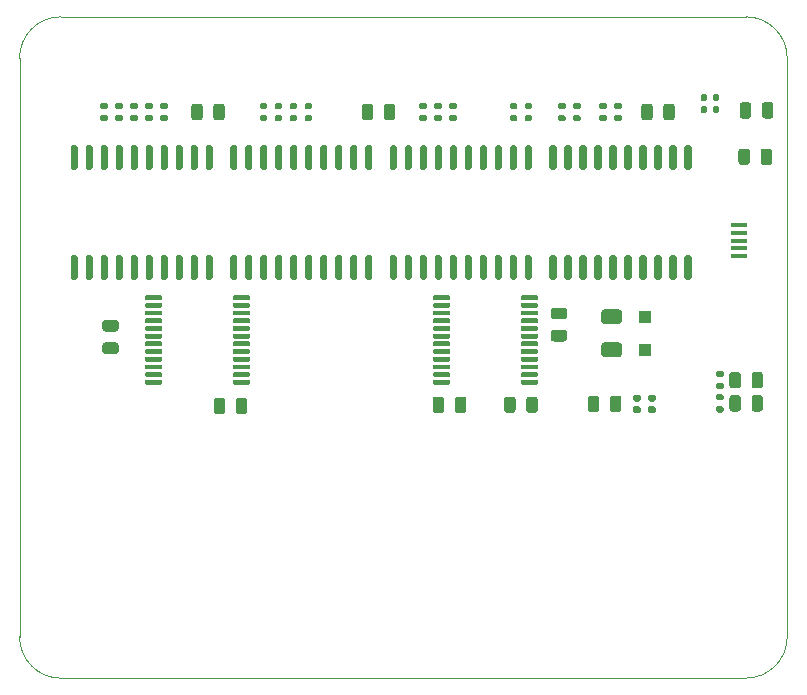
<source format=gbr>
%TF.GenerationSoftware,KiCad,Pcbnew,(5.1.12-1-10_14)*%
%TF.CreationDate,2021-12-05T11:38:42+01:00*%
%TF.ProjectId,rascsi_2p4,72617363-7369-45f3-9270-342e6b696361,rev?*%
%TF.SameCoordinates,Original*%
%TF.FileFunction,Paste,Top*%
%TF.FilePolarity,Positive*%
%FSLAX46Y46*%
G04 Gerber Fmt 4.6, Leading zero omitted, Abs format (unit mm)*
G04 Created by KiCad (PCBNEW (5.1.12-1-10_14)) date 2021-12-05 11:38:42*
%MOMM*%
%LPD*%
G01*
G04 APERTURE LIST*
%TA.AperFunction,Profile*%
%ADD10C,0.050000*%
%TD*%
%ADD11R,1.400000X0.400000*%
%ADD12R,1.100000X1.100000*%
G04 APERTURE END LIST*
D10*
X8000000Y-58496000D02*
X66000000Y-58496000D01*
X8000000Y-58496000D02*
G75*
G02*
X4500000Y-54996000I0J3500000D01*
G01*
X69500000Y-54996000D02*
G75*
G02*
X66000000Y-58496000I-3500000J0D01*
G01*
X4500000Y-6000000D02*
X4500000Y-54996000D01*
X69500000Y-6000000D02*
X69500000Y-54996000D01*
X8000000Y-2500000D02*
X66000000Y-2500000D01*
X4500000Y-6000000D02*
G75*
G02*
X8000000Y-2500000I3500000J0D01*
G01*
X66000000Y-2500000D02*
G75*
G02*
X69500000Y-6000000I0J-3500000D01*
G01*
%TO.C,R24*%
G36*
G01*
X57866500Y-35466200D02*
X58211500Y-35466200D01*
G75*
G02*
X58359000Y-35613700I0J-147500D01*
G01*
X58359000Y-35908700D01*
G75*
G02*
X58211500Y-36056200I-147500J0D01*
G01*
X57866500Y-36056200D01*
G75*
G02*
X57719000Y-35908700I0J147500D01*
G01*
X57719000Y-35613700D01*
G75*
G02*
X57866500Y-35466200I147500J0D01*
G01*
G37*
G36*
G01*
X57866500Y-34496200D02*
X58211500Y-34496200D01*
G75*
G02*
X58359000Y-34643700I0J-147500D01*
G01*
X58359000Y-34938700D01*
G75*
G02*
X58211500Y-35086200I-147500J0D01*
G01*
X57866500Y-35086200D01*
G75*
G02*
X57719000Y-34938700I0J147500D01*
G01*
X57719000Y-34643700D01*
G75*
G02*
X57866500Y-34496200I147500J0D01*
G01*
G37*
%TD*%
D11*
%TO.C,J8*%
X65405000Y-20160000D03*
X65405000Y-20810000D03*
X65405000Y-21460000D03*
X65405000Y-22110000D03*
X65405000Y-22760000D03*
%TD*%
%TO.C,U4*%
G36*
G01*
X49819000Y-15446000D02*
X49519000Y-15446000D01*
G75*
G02*
X49369000Y-15296000I0J150000D01*
G01*
X49369000Y-13546000D01*
G75*
G02*
X49519000Y-13396000I150000J0D01*
G01*
X49819000Y-13396000D01*
G75*
G02*
X49969000Y-13546000I0J-150000D01*
G01*
X49969000Y-15296000D01*
G75*
G02*
X49819000Y-15446000I-150000J0D01*
G01*
G37*
G36*
G01*
X51089000Y-15446000D02*
X50789000Y-15446000D01*
G75*
G02*
X50639000Y-15296000I0J150000D01*
G01*
X50639000Y-13546000D01*
G75*
G02*
X50789000Y-13396000I150000J0D01*
G01*
X51089000Y-13396000D01*
G75*
G02*
X51239000Y-13546000I0J-150000D01*
G01*
X51239000Y-15296000D01*
G75*
G02*
X51089000Y-15446000I-150000J0D01*
G01*
G37*
G36*
G01*
X52359000Y-15446000D02*
X52059000Y-15446000D01*
G75*
G02*
X51909000Y-15296000I0J150000D01*
G01*
X51909000Y-13546000D01*
G75*
G02*
X52059000Y-13396000I150000J0D01*
G01*
X52359000Y-13396000D01*
G75*
G02*
X52509000Y-13546000I0J-150000D01*
G01*
X52509000Y-15296000D01*
G75*
G02*
X52359000Y-15446000I-150000J0D01*
G01*
G37*
G36*
G01*
X53629000Y-15446000D02*
X53329000Y-15446000D01*
G75*
G02*
X53179000Y-15296000I0J150000D01*
G01*
X53179000Y-13546000D01*
G75*
G02*
X53329000Y-13396000I150000J0D01*
G01*
X53629000Y-13396000D01*
G75*
G02*
X53779000Y-13546000I0J-150000D01*
G01*
X53779000Y-15296000D01*
G75*
G02*
X53629000Y-15446000I-150000J0D01*
G01*
G37*
G36*
G01*
X54899000Y-15446000D02*
X54599000Y-15446000D01*
G75*
G02*
X54449000Y-15296000I0J150000D01*
G01*
X54449000Y-13546000D01*
G75*
G02*
X54599000Y-13396000I150000J0D01*
G01*
X54899000Y-13396000D01*
G75*
G02*
X55049000Y-13546000I0J-150000D01*
G01*
X55049000Y-15296000D01*
G75*
G02*
X54899000Y-15446000I-150000J0D01*
G01*
G37*
G36*
G01*
X56169000Y-15446000D02*
X55869000Y-15446000D01*
G75*
G02*
X55719000Y-15296000I0J150000D01*
G01*
X55719000Y-13546000D01*
G75*
G02*
X55869000Y-13396000I150000J0D01*
G01*
X56169000Y-13396000D01*
G75*
G02*
X56319000Y-13546000I0J-150000D01*
G01*
X56319000Y-15296000D01*
G75*
G02*
X56169000Y-15446000I-150000J0D01*
G01*
G37*
G36*
G01*
X57439000Y-15446000D02*
X57139000Y-15446000D01*
G75*
G02*
X56989000Y-15296000I0J150000D01*
G01*
X56989000Y-13546000D01*
G75*
G02*
X57139000Y-13396000I150000J0D01*
G01*
X57439000Y-13396000D01*
G75*
G02*
X57589000Y-13546000I0J-150000D01*
G01*
X57589000Y-15296000D01*
G75*
G02*
X57439000Y-15446000I-150000J0D01*
G01*
G37*
G36*
G01*
X58709000Y-15446000D02*
X58409000Y-15446000D01*
G75*
G02*
X58259000Y-15296000I0J150000D01*
G01*
X58259000Y-13546000D01*
G75*
G02*
X58409000Y-13396000I150000J0D01*
G01*
X58709000Y-13396000D01*
G75*
G02*
X58859000Y-13546000I0J-150000D01*
G01*
X58859000Y-15296000D01*
G75*
G02*
X58709000Y-15446000I-150000J0D01*
G01*
G37*
G36*
G01*
X59979000Y-15446000D02*
X59679000Y-15446000D01*
G75*
G02*
X59529000Y-15296000I0J150000D01*
G01*
X59529000Y-13546000D01*
G75*
G02*
X59679000Y-13396000I150000J0D01*
G01*
X59979000Y-13396000D01*
G75*
G02*
X60129000Y-13546000I0J-150000D01*
G01*
X60129000Y-15296000D01*
G75*
G02*
X59979000Y-15446000I-150000J0D01*
G01*
G37*
G36*
G01*
X61249000Y-15446000D02*
X60949000Y-15446000D01*
G75*
G02*
X60799000Y-15296000I0J150000D01*
G01*
X60799000Y-13546000D01*
G75*
G02*
X60949000Y-13396000I150000J0D01*
G01*
X61249000Y-13396000D01*
G75*
G02*
X61399000Y-13546000I0J-150000D01*
G01*
X61399000Y-15296000D01*
G75*
G02*
X61249000Y-15446000I-150000J0D01*
G01*
G37*
G36*
G01*
X61249000Y-24746000D02*
X60949000Y-24746000D01*
G75*
G02*
X60799000Y-24596000I0J150000D01*
G01*
X60799000Y-22846000D01*
G75*
G02*
X60949000Y-22696000I150000J0D01*
G01*
X61249000Y-22696000D01*
G75*
G02*
X61399000Y-22846000I0J-150000D01*
G01*
X61399000Y-24596000D01*
G75*
G02*
X61249000Y-24746000I-150000J0D01*
G01*
G37*
G36*
G01*
X59979000Y-24746000D02*
X59679000Y-24746000D01*
G75*
G02*
X59529000Y-24596000I0J150000D01*
G01*
X59529000Y-22846000D01*
G75*
G02*
X59679000Y-22696000I150000J0D01*
G01*
X59979000Y-22696000D01*
G75*
G02*
X60129000Y-22846000I0J-150000D01*
G01*
X60129000Y-24596000D01*
G75*
G02*
X59979000Y-24746000I-150000J0D01*
G01*
G37*
G36*
G01*
X58709000Y-24746000D02*
X58409000Y-24746000D01*
G75*
G02*
X58259000Y-24596000I0J150000D01*
G01*
X58259000Y-22846000D01*
G75*
G02*
X58409000Y-22696000I150000J0D01*
G01*
X58709000Y-22696000D01*
G75*
G02*
X58859000Y-22846000I0J-150000D01*
G01*
X58859000Y-24596000D01*
G75*
G02*
X58709000Y-24746000I-150000J0D01*
G01*
G37*
G36*
G01*
X57439000Y-24746000D02*
X57139000Y-24746000D01*
G75*
G02*
X56989000Y-24596000I0J150000D01*
G01*
X56989000Y-22846000D01*
G75*
G02*
X57139000Y-22696000I150000J0D01*
G01*
X57439000Y-22696000D01*
G75*
G02*
X57589000Y-22846000I0J-150000D01*
G01*
X57589000Y-24596000D01*
G75*
G02*
X57439000Y-24746000I-150000J0D01*
G01*
G37*
G36*
G01*
X56169000Y-24746000D02*
X55869000Y-24746000D01*
G75*
G02*
X55719000Y-24596000I0J150000D01*
G01*
X55719000Y-22846000D01*
G75*
G02*
X55869000Y-22696000I150000J0D01*
G01*
X56169000Y-22696000D01*
G75*
G02*
X56319000Y-22846000I0J-150000D01*
G01*
X56319000Y-24596000D01*
G75*
G02*
X56169000Y-24746000I-150000J0D01*
G01*
G37*
G36*
G01*
X54899000Y-24746000D02*
X54599000Y-24746000D01*
G75*
G02*
X54449000Y-24596000I0J150000D01*
G01*
X54449000Y-22846000D01*
G75*
G02*
X54599000Y-22696000I150000J0D01*
G01*
X54899000Y-22696000D01*
G75*
G02*
X55049000Y-22846000I0J-150000D01*
G01*
X55049000Y-24596000D01*
G75*
G02*
X54899000Y-24746000I-150000J0D01*
G01*
G37*
G36*
G01*
X53629000Y-24746000D02*
X53329000Y-24746000D01*
G75*
G02*
X53179000Y-24596000I0J150000D01*
G01*
X53179000Y-22846000D01*
G75*
G02*
X53329000Y-22696000I150000J0D01*
G01*
X53629000Y-22696000D01*
G75*
G02*
X53779000Y-22846000I0J-150000D01*
G01*
X53779000Y-24596000D01*
G75*
G02*
X53629000Y-24746000I-150000J0D01*
G01*
G37*
G36*
G01*
X52359000Y-24746000D02*
X52059000Y-24746000D01*
G75*
G02*
X51909000Y-24596000I0J150000D01*
G01*
X51909000Y-22846000D01*
G75*
G02*
X52059000Y-22696000I150000J0D01*
G01*
X52359000Y-22696000D01*
G75*
G02*
X52509000Y-22846000I0J-150000D01*
G01*
X52509000Y-24596000D01*
G75*
G02*
X52359000Y-24746000I-150000J0D01*
G01*
G37*
G36*
G01*
X51089000Y-24746000D02*
X50789000Y-24746000D01*
G75*
G02*
X50639000Y-24596000I0J150000D01*
G01*
X50639000Y-22846000D01*
G75*
G02*
X50789000Y-22696000I150000J0D01*
G01*
X51089000Y-22696000D01*
G75*
G02*
X51239000Y-22846000I0J-150000D01*
G01*
X51239000Y-24596000D01*
G75*
G02*
X51089000Y-24746000I-150000J0D01*
G01*
G37*
G36*
G01*
X49819000Y-24746000D02*
X49519000Y-24746000D01*
G75*
G02*
X49369000Y-24596000I0J150000D01*
G01*
X49369000Y-22846000D01*
G75*
G02*
X49519000Y-22696000I150000J0D01*
G01*
X49819000Y-22696000D01*
G75*
G02*
X49969000Y-22846000I0J-150000D01*
G01*
X49969000Y-24596000D01*
G75*
G02*
X49819000Y-24746000I-150000J0D01*
G01*
G37*
%TD*%
%TO.C,U3*%
G36*
G01*
X36306000Y-15446000D02*
X36006000Y-15446000D01*
G75*
G02*
X35856000Y-15296000I0J150000D01*
G01*
X35856000Y-13546000D01*
G75*
G02*
X36006000Y-13396000I150000J0D01*
G01*
X36306000Y-13396000D01*
G75*
G02*
X36456000Y-13546000I0J-150000D01*
G01*
X36456000Y-15296000D01*
G75*
G02*
X36306000Y-15446000I-150000J0D01*
G01*
G37*
G36*
G01*
X37576000Y-15446000D02*
X37276000Y-15446000D01*
G75*
G02*
X37126000Y-15296000I0J150000D01*
G01*
X37126000Y-13546000D01*
G75*
G02*
X37276000Y-13396000I150000J0D01*
G01*
X37576000Y-13396000D01*
G75*
G02*
X37726000Y-13546000I0J-150000D01*
G01*
X37726000Y-15296000D01*
G75*
G02*
X37576000Y-15446000I-150000J0D01*
G01*
G37*
G36*
G01*
X38846000Y-15446000D02*
X38546000Y-15446000D01*
G75*
G02*
X38396000Y-15296000I0J150000D01*
G01*
X38396000Y-13546000D01*
G75*
G02*
X38546000Y-13396000I150000J0D01*
G01*
X38846000Y-13396000D01*
G75*
G02*
X38996000Y-13546000I0J-150000D01*
G01*
X38996000Y-15296000D01*
G75*
G02*
X38846000Y-15446000I-150000J0D01*
G01*
G37*
G36*
G01*
X40116000Y-15446000D02*
X39816000Y-15446000D01*
G75*
G02*
X39666000Y-15296000I0J150000D01*
G01*
X39666000Y-13546000D01*
G75*
G02*
X39816000Y-13396000I150000J0D01*
G01*
X40116000Y-13396000D01*
G75*
G02*
X40266000Y-13546000I0J-150000D01*
G01*
X40266000Y-15296000D01*
G75*
G02*
X40116000Y-15446000I-150000J0D01*
G01*
G37*
G36*
G01*
X41386000Y-15446000D02*
X41086000Y-15446000D01*
G75*
G02*
X40936000Y-15296000I0J150000D01*
G01*
X40936000Y-13546000D01*
G75*
G02*
X41086000Y-13396000I150000J0D01*
G01*
X41386000Y-13396000D01*
G75*
G02*
X41536000Y-13546000I0J-150000D01*
G01*
X41536000Y-15296000D01*
G75*
G02*
X41386000Y-15446000I-150000J0D01*
G01*
G37*
G36*
G01*
X42656000Y-15446000D02*
X42356000Y-15446000D01*
G75*
G02*
X42206000Y-15296000I0J150000D01*
G01*
X42206000Y-13546000D01*
G75*
G02*
X42356000Y-13396000I150000J0D01*
G01*
X42656000Y-13396000D01*
G75*
G02*
X42806000Y-13546000I0J-150000D01*
G01*
X42806000Y-15296000D01*
G75*
G02*
X42656000Y-15446000I-150000J0D01*
G01*
G37*
G36*
G01*
X43926000Y-15446000D02*
X43626000Y-15446000D01*
G75*
G02*
X43476000Y-15296000I0J150000D01*
G01*
X43476000Y-13546000D01*
G75*
G02*
X43626000Y-13396000I150000J0D01*
G01*
X43926000Y-13396000D01*
G75*
G02*
X44076000Y-13546000I0J-150000D01*
G01*
X44076000Y-15296000D01*
G75*
G02*
X43926000Y-15446000I-150000J0D01*
G01*
G37*
G36*
G01*
X45196000Y-15446000D02*
X44896000Y-15446000D01*
G75*
G02*
X44746000Y-15296000I0J150000D01*
G01*
X44746000Y-13546000D01*
G75*
G02*
X44896000Y-13396000I150000J0D01*
G01*
X45196000Y-13396000D01*
G75*
G02*
X45346000Y-13546000I0J-150000D01*
G01*
X45346000Y-15296000D01*
G75*
G02*
X45196000Y-15446000I-150000J0D01*
G01*
G37*
G36*
G01*
X46466000Y-15446000D02*
X46166000Y-15446000D01*
G75*
G02*
X46016000Y-15296000I0J150000D01*
G01*
X46016000Y-13546000D01*
G75*
G02*
X46166000Y-13396000I150000J0D01*
G01*
X46466000Y-13396000D01*
G75*
G02*
X46616000Y-13546000I0J-150000D01*
G01*
X46616000Y-15296000D01*
G75*
G02*
X46466000Y-15446000I-150000J0D01*
G01*
G37*
G36*
G01*
X47736000Y-15446000D02*
X47436000Y-15446000D01*
G75*
G02*
X47286000Y-15296000I0J150000D01*
G01*
X47286000Y-13546000D01*
G75*
G02*
X47436000Y-13396000I150000J0D01*
G01*
X47736000Y-13396000D01*
G75*
G02*
X47886000Y-13546000I0J-150000D01*
G01*
X47886000Y-15296000D01*
G75*
G02*
X47736000Y-15446000I-150000J0D01*
G01*
G37*
G36*
G01*
X47736000Y-24746000D02*
X47436000Y-24746000D01*
G75*
G02*
X47286000Y-24596000I0J150000D01*
G01*
X47286000Y-22846000D01*
G75*
G02*
X47436000Y-22696000I150000J0D01*
G01*
X47736000Y-22696000D01*
G75*
G02*
X47886000Y-22846000I0J-150000D01*
G01*
X47886000Y-24596000D01*
G75*
G02*
X47736000Y-24746000I-150000J0D01*
G01*
G37*
G36*
G01*
X46466000Y-24746000D02*
X46166000Y-24746000D01*
G75*
G02*
X46016000Y-24596000I0J150000D01*
G01*
X46016000Y-22846000D01*
G75*
G02*
X46166000Y-22696000I150000J0D01*
G01*
X46466000Y-22696000D01*
G75*
G02*
X46616000Y-22846000I0J-150000D01*
G01*
X46616000Y-24596000D01*
G75*
G02*
X46466000Y-24746000I-150000J0D01*
G01*
G37*
G36*
G01*
X45196000Y-24746000D02*
X44896000Y-24746000D01*
G75*
G02*
X44746000Y-24596000I0J150000D01*
G01*
X44746000Y-22846000D01*
G75*
G02*
X44896000Y-22696000I150000J0D01*
G01*
X45196000Y-22696000D01*
G75*
G02*
X45346000Y-22846000I0J-150000D01*
G01*
X45346000Y-24596000D01*
G75*
G02*
X45196000Y-24746000I-150000J0D01*
G01*
G37*
G36*
G01*
X43926000Y-24746000D02*
X43626000Y-24746000D01*
G75*
G02*
X43476000Y-24596000I0J150000D01*
G01*
X43476000Y-22846000D01*
G75*
G02*
X43626000Y-22696000I150000J0D01*
G01*
X43926000Y-22696000D01*
G75*
G02*
X44076000Y-22846000I0J-150000D01*
G01*
X44076000Y-24596000D01*
G75*
G02*
X43926000Y-24746000I-150000J0D01*
G01*
G37*
G36*
G01*
X42656000Y-24746000D02*
X42356000Y-24746000D01*
G75*
G02*
X42206000Y-24596000I0J150000D01*
G01*
X42206000Y-22846000D01*
G75*
G02*
X42356000Y-22696000I150000J0D01*
G01*
X42656000Y-22696000D01*
G75*
G02*
X42806000Y-22846000I0J-150000D01*
G01*
X42806000Y-24596000D01*
G75*
G02*
X42656000Y-24746000I-150000J0D01*
G01*
G37*
G36*
G01*
X41386000Y-24746000D02*
X41086000Y-24746000D01*
G75*
G02*
X40936000Y-24596000I0J150000D01*
G01*
X40936000Y-22846000D01*
G75*
G02*
X41086000Y-22696000I150000J0D01*
G01*
X41386000Y-22696000D01*
G75*
G02*
X41536000Y-22846000I0J-150000D01*
G01*
X41536000Y-24596000D01*
G75*
G02*
X41386000Y-24746000I-150000J0D01*
G01*
G37*
G36*
G01*
X40116000Y-24746000D02*
X39816000Y-24746000D01*
G75*
G02*
X39666000Y-24596000I0J150000D01*
G01*
X39666000Y-22846000D01*
G75*
G02*
X39816000Y-22696000I150000J0D01*
G01*
X40116000Y-22696000D01*
G75*
G02*
X40266000Y-22846000I0J-150000D01*
G01*
X40266000Y-24596000D01*
G75*
G02*
X40116000Y-24746000I-150000J0D01*
G01*
G37*
G36*
G01*
X38846000Y-24746000D02*
X38546000Y-24746000D01*
G75*
G02*
X38396000Y-24596000I0J150000D01*
G01*
X38396000Y-22846000D01*
G75*
G02*
X38546000Y-22696000I150000J0D01*
G01*
X38846000Y-22696000D01*
G75*
G02*
X38996000Y-22846000I0J-150000D01*
G01*
X38996000Y-24596000D01*
G75*
G02*
X38846000Y-24746000I-150000J0D01*
G01*
G37*
G36*
G01*
X37576000Y-24746000D02*
X37276000Y-24746000D01*
G75*
G02*
X37126000Y-24596000I0J150000D01*
G01*
X37126000Y-22846000D01*
G75*
G02*
X37276000Y-22696000I150000J0D01*
G01*
X37576000Y-22696000D01*
G75*
G02*
X37726000Y-22846000I0J-150000D01*
G01*
X37726000Y-24596000D01*
G75*
G02*
X37576000Y-24746000I-150000J0D01*
G01*
G37*
G36*
G01*
X36306000Y-24746000D02*
X36006000Y-24746000D01*
G75*
G02*
X35856000Y-24596000I0J150000D01*
G01*
X35856000Y-22846000D01*
G75*
G02*
X36006000Y-22696000I150000J0D01*
G01*
X36306000Y-22696000D01*
G75*
G02*
X36456000Y-22846000I0J-150000D01*
G01*
X36456000Y-24596000D01*
G75*
G02*
X36306000Y-24746000I-150000J0D01*
G01*
G37*
%TD*%
%TO.C,U2*%
G36*
G01*
X22793000Y-15446000D02*
X22493000Y-15446000D01*
G75*
G02*
X22343000Y-15296000I0J150000D01*
G01*
X22343000Y-13546000D01*
G75*
G02*
X22493000Y-13396000I150000J0D01*
G01*
X22793000Y-13396000D01*
G75*
G02*
X22943000Y-13546000I0J-150000D01*
G01*
X22943000Y-15296000D01*
G75*
G02*
X22793000Y-15446000I-150000J0D01*
G01*
G37*
G36*
G01*
X24063000Y-15446000D02*
X23763000Y-15446000D01*
G75*
G02*
X23613000Y-15296000I0J150000D01*
G01*
X23613000Y-13546000D01*
G75*
G02*
X23763000Y-13396000I150000J0D01*
G01*
X24063000Y-13396000D01*
G75*
G02*
X24213000Y-13546000I0J-150000D01*
G01*
X24213000Y-15296000D01*
G75*
G02*
X24063000Y-15446000I-150000J0D01*
G01*
G37*
G36*
G01*
X25333000Y-15446000D02*
X25033000Y-15446000D01*
G75*
G02*
X24883000Y-15296000I0J150000D01*
G01*
X24883000Y-13546000D01*
G75*
G02*
X25033000Y-13396000I150000J0D01*
G01*
X25333000Y-13396000D01*
G75*
G02*
X25483000Y-13546000I0J-150000D01*
G01*
X25483000Y-15296000D01*
G75*
G02*
X25333000Y-15446000I-150000J0D01*
G01*
G37*
G36*
G01*
X26603000Y-15446000D02*
X26303000Y-15446000D01*
G75*
G02*
X26153000Y-15296000I0J150000D01*
G01*
X26153000Y-13546000D01*
G75*
G02*
X26303000Y-13396000I150000J0D01*
G01*
X26603000Y-13396000D01*
G75*
G02*
X26753000Y-13546000I0J-150000D01*
G01*
X26753000Y-15296000D01*
G75*
G02*
X26603000Y-15446000I-150000J0D01*
G01*
G37*
G36*
G01*
X27873000Y-15446000D02*
X27573000Y-15446000D01*
G75*
G02*
X27423000Y-15296000I0J150000D01*
G01*
X27423000Y-13546000D01*
G75*
G02*
X27573000Y-13396000I150000J0D01*
G01*
X27873000Y-13396000D01*
G75*
G02*
X28023000Y-13546000I0J-150000D01*
G01*
X28023000Y-15296000D01*
G75*
G02*
X27873000Y-15446000I-150000J0D01*
G01*
G37*
G36*
G01*
X29143000Y-15446000D02*
X28843000Y-15446000D01*
G75*
G02*
X28693000Y-15296000I0J150000D01*
G01*
X28693000Y-13546000D01*
G75*
G02*
X28843000Y-13396000I150000J0D01*
G01*
X29143000Y-13396000D01*
G75*
G02*
X29293000Y-13546000I0J-150000D01*
G01*
X29293000Y-15296000D01*
G75*
G02*
X29143000Y-15446000I-150000J0D01*
G01*
G37*
G36*
G01*
X30413000Y-15446000D02*
X30113000Y-15446000D01*
G75*
G02*
X29963000Y-15296000I0J150000D01*
G01*
X29963000Y-13546000D01*
G75*
G02*
X30113000Y-13396000I150000J0D01*
G01*
X30413000Y-13396000D01*
G75*
G02*
X30563000Y-13546000I0J-150000D01*
G01*
X30563000Y-15296000D01*
G75*
G02*
X30413000Y-15446000I-150000J0D01*
G01*
G37*
G36*
G01*
X31683000Y-15446000D02*
X31383000Y-15446000D01*
G75*
G02*
X31233000Y-15296000I0J150000D01*
G01*
X31233000Y-13546000D01*
G75*
G02*
X31383000Y-13396000I150000J0D01*
G01*
X31683000Y-13396000D01*
G75*
G02*
X31833000Y-13546000I0J-150000D01*
G01*
X31833000Y-15296000D01*
G75*
G02*
X31683000Y-15446000I-150000J0D01*
G01*
G37*
G36*
G01*
X32953000Y-15446000D02*
X32653000Y-15446000D01*
G75*
G02*
X32503000Y-15296000I0J150000D01*
G01*
X32503000Y-13546000D01*
G75*
G02*
X32653000Y-13396000I150000J0D01*
G01*
X32953000Y-13396000D01*
G75*
G02*
X33103000Y-13546000I0J-150000D01*
G01*
X33103000Y-15296000D01*
G75*
G02*
X32953000Y-15446000I-150000J0D01*
G01*
G37*
G36*
G01*
X34223000Y-15446000D02*
X33923000Y-15446000D01*
G75*
G02*
X33773000Y-15296000I0J150000D01*
G01*
X33773000Y-13546000D01*
G75*
G02*
X33923000Y-13396000I150000J0D01*
G01*
X34223000Y-13396000D01*
G75*
G02*
X34373000Y-13546000I0J-150000D01*
G01*
X34373000Y-15296000D01*
G75*
G02*
X34223000Y-15446000I-150000J0D01*
G01*
G37*
G36*
G01*
X34223000Y-24746000D02*
X33923000Y-24746000D01*
G75*
G02*
X33773000Y-24596000I0J150000D01*
G01*
X33773000Y-22846000D01*
G75*
G02*
X33923000Y-22696000I150000J0D01*
G01*
X34223000Y-22696000D01*
G75*
G02*
X34373000Y-22846000I0J-150000D01*
G01*
X34373000Y-24596000D01*
G75*
G02*
X34223000Y-24746000I-150000J0D01*
G01*
G37*
G36*
G01*
X32953000Y-24746000D02*
X32653000Y-24746000D01*
G75*
G02*
X32503000Y-24596000I0J150000D01*
G01*
X32503000Y-22846000D01*
G75*
G02*
X32653000Y-22696000I150000J0D01*
G01*
X32953000Y-22696000D01*
G75*
G02*
X33103000Y-22846000I0J-150000D01*
G01*
X33103000Y-24596000D01*
G75*
G02*
X32953000Y-24746000I-150000J0D01*
G01*
G37*
G36*
G01*
X31683000Y-24746000D02*
X31383000Y-24746000D01*
G75*
G02*
X31233000Y-24596000I0J150000D01*
G01*
X31233000Y-22846000D01*
G75*
G02*
X31383000Y-22696000I150000J0D01*
G01*
X31683000Y-22696000D01*
G75*
G02*
X31833000Y-22846000I0J-150000D01*
G01*
X31833000Y-24596000D01*
G75*
G02*
X31683000Y-24746000I-150000J0D01*
G01*
G37*
G36*
G01*
X30413000Y-24746000D02*
X30113000Y-24746000D01*
G75*
G02*
X29963000Y-24596000I0J150000D01*
G01*
X29963000Y-22846000D01*
G75*
G02*
X30113000Y-22696000I150000J0D01*
G01*
X30413000Y-22696000D01*
G75*
G02*
X30563000Y-22846000I0J-150000D01*
G01*
X30563000Y-24596000D01*
G75*
G02*
X30413000Y-24746000I-150000J0D01*
G01*
G37*
G36*
G01*
X29143000Y-24746000D02*
X28843000Y-24746000D01*
G75*
G02*
X28693000Y-24596000I0J150000D01*
G01*
X28693000Y-22846000D01*
G75*
G02*
X28843000Y-22696000I150000J0D01*
G01*
X29143000Y-22696000D01*
G75*
G02*
X29293000Y-22846000I0J-150000D01*
G01*
X29293000Y-24596000D01*
G75*
G02*
X29143000Y-24746000I-150000J0D01*
G01*
G37*
G36*
G01*
X27873000Y-24746000D02*
X27573000Y-24746000D01*
G75*
G02*
X27423000Y-24596000I0J150000D01*
G01*
X27423000Y-22846000D01*
G75*
G02*
X27573000Y-22696000I150000J0D01*
G01*
X27873000Y-22696000D01*
G75*
G02*
X28023000Y-22846000I0J-150000D01*
G01*
X28023000Y-24596000D01*
G75*
G02*
X27873000Y-24746000I-150000J0D01*
G01*
G37*
G36*
G01*
X26603000Y-24746000D02*
X26303000Y-24746000D01*
G75*
G02*
X26153000Y-24596000I0J150000D01*
G01*
X26153000Y-22846000D01*
G75*
G02*
X26303000Y-22696000I150000J0D01*
G01*
X26603000Y-22696000D01*
G75*
G02*
X26753000Y-22846000I0J-150000D01*
G01*
X26753000Y-24596000D01*
G75*
G02*
X26603000Y-24746000I-150000J0D01*
G01*
G37*
G36*
G01*
X25333000Y-24746000D02*
X25033000Y-24746000D01*
G75*
G02*
X24883000Y-24596000I0J150000D01*
G01*
X24883000Y-22846000D01*
G75*
G02*
X25033000Y-22696000I150000J0D01*
G01*
X25333000Y-22696000D01*
G75*
G02*
X25483000Y-22846000I0J-150000D01*
G01*
X25483000Y-24596000D01*
G75*
G02*
X25333000Y-24746000I-150000J0D01*
G01*
G37*
G36*
G01*
X24063000Y-24746000D02*
X23763000Y-24746000D01*
G75*
G02*
X23613000Y-24596000I0J150000D01*
G01*
X23613000Y-22846000D01*
G75*
G02*
X23763000Y-22696000I150000J0D01*
G01*
X24063000Y-22696000D01*
G75*
G02*
X24213000Y-22846000I0J-150000D01*
G01*
X24213000Y-24596000D01*
G75*
G02*
X24063000Y-24746000I-150000J0D01*
G01*
G37*
G36*
G01*
X22793000Y-24746000D02*
X22493000Y-24746000D01*
G75*
G02*
X22343000Y-24596000I0J150000D01*
G01*
X22343000Y-22846000D01*
G75*
G02*
X22493000Y-22696000I150000J0D01*
G01*
X22793000Y-22696000D01*
G75*
G02*
X22943000Y-22846000I0J-150000D01*
G01*
X22943000Y-24596000D01*
G75*
G02*
X22793000Y-24746000I-150000J0D01*
G01*
G37*
%TD*%
%TO.C,U1*%
G36*
G01*
X9281000Y-15446000D02*
X8981000Y-15446000D01*
G75*
G02*
X8831000Y-15296000I0J150000D01*
G01*
X8831000Y-13546000D01*
G75*
G02*
X8981000Y-13396000I150000J0D01*
G01*
X9281000Y-13396000D01*
G75*
G02*
X9431000Y-13546000I0J-150000D01*
G01*
X9431000Y-15296000D01*
G75*
G02*
X9281000Y-15446000I-150000J0D01*
G01*
G37*
G36*
G01*
X10551000Y-15446000D02*
X10251000Y-15446000D01*
G75*
G02*
X10101000Y-15296000I0J150000D01*
G01*
X10101000Y-13546000D01*
G75*
G02*
X10251000Y-13396000I150000J0D01*
G01*
X10551000Y-13396000D01*
G75*
G02*
X10701000Y-13546000I0J-150000D01*
G01*
X10701000Y-15296000D01*
G75*
G02*
X10551000Y-15446000I-150000J0D01*
G01*
G37*
G36*
G01*
X11821000Y-15446000D02*
X11521000Y-15446000D01*
G75*
G02*
X11371000Y-15296000I0J150000D01*
G01*
X11371000Y-13546000D01*
G75*
G02*
X11521000Y-13396000I150000J0D01*
G01*
X11821000Y-13396000D01*
G75*
G02*
X11971000Y-13546000I0J-150000D01*
G01*
X11971000Y-15296000D01*
G75*
G02*
X11821000Y-15446000I-150000J0D01*
G01*
G37*
G36*
G01*
X13091000Y-15446000D02*
X12791000Y-15446000D01*
G75*
G02*
X12641000Y-15296000I0J150000D01*
G01*
X12641000Y-13546000D01*
G75*
G02*
X12791000Y-13396000I150000J0D01*
G01*
X13091000Y-13396000D01*
G75*
G02*
X13241000Y-13546000I0J-150000D01*
G01*
X13241000Y-15296000D01*
G75*
G02*
X13091000Y-15446000I-150000J0D01*
G01*
G37*
G36*
G01*
X14361000Y-15446000D02*
X14061000Y-15446000D01*
G75*
G02*
X13911000Y-15296000I0J150000D01*
G01*
X13911000Y-13546000D01*
G75*
G02*
X14061000Y-13396000I150000J0D01*
G01*
X14361000Y-13396000D01*
G75*
G02*
X14511000Y-13546000I0J-150000D01*
G01*
X14511000Y-15296000D01*
G75*
G02*
X14361000Y-15446000I-150000J0D01*
G01*
G37*
G36*
G01*
X15631000Y-15446000D02*
X15331000Y-15446000D01*
G75*
G02*
X15181000Y-15296000I0J150000D01*
G01*
X15181000Y-13546000D01*
G75*
G02*
X15331000Y-13396000I150000J0D01*
G01*
X15631000Y-13396000D01*
G75*
G02*
X15781000Y-13546000I0J-150000D01*
G01*
X15781000Y-15296000D01*
G75*
G02*
X15631000Y-15446000I-150000J0D01*
G01*
G37*
G36*
G01*
X16901000Y-15446000D02*
X16601000Y-15446000D01*
G75*
G02*
X16451000Y-15296000I0J150000D01*
G01*
X16451000Y-13546000D01*
G75*
G02*
X16601000Y-13396000I150000J0D01*
G01*
X16901000Y-13396000D01*
G75*
G02*
X17051000Y-13546000I0J-150000D01*
G01*
X17051000Y-15296000D01*
G75*
G02*
X16901000Y-15446000I-150000J0D01*
G01*
G37*
G36*
G01*
X18171000Y-15446000D02*
X17871000Y-15446000D01*
G75*
G02*
X17721000Y-15296000I0J150000D01*
G01*
X17721000Y-13546000D01*
G75*
G02*
X17871000Y-13396000I150000J0D01*
G01*
X18171000Y-13396000D01*
G75*
G02*
X18321000Y-13546000I0J-150000D01*
G01*
X18321000Y-15296000D01*
G75*
G02*
X18171000Y-15446000I-150000J0D01*
G01*
G37*
G36*
G01*
X19441000Y-15446000D02*
X19141000Y-15446000D01*
G75*
G02*
X18991000Y-15296000I0J150000D01*
G01*
X18991000Y-13546000D01*
G75*
G02*
X19141000Y-13396000I150000J0D01*
G01*
X19441000Y-13396000D01*
G75*
G02*
X19591000Y-13546000I0J-150000D01*
G01*
X19591000Y-15296000D01*
G75*
G02*
X19441000Y-15446000I-150000J0D01*
G01*
G37*
G36*
G01*
X20711000Y-15446000D02*
X20411000Y-15446000D01*
G75*
G02*
X20261000Y-15296000I0J150000D01*
G01*
X20261000Y-13546000D01*
G75*
G02*
X20411000Y-13396000I150000J0D01*
G01*
X20711000Y-13396000D01*
G75*
G02*
X20861000Y-13546000I0J-150000D01*
G01*
X20861000Y-15296000D01*
G75*
G02*
X20711000Y-15446000I-150000J0D01*
G01*
G37*
G36*
G01*
X20711000Y-24746000D02*
X20411000Y-24746000D01*
G75*
G02*
X20261000Y-24596000I0J150000D01*
G01*
X20261000Y-22846000D01*
G75*
G02*
X20411000Y-22696000I150000J0D01*
G01*
X20711000Y-22696000D01*
G75*
G02*
X20861000Y-22846000I0J-150000D01*
G01*
X20861000Y-24596000D01*
G75*
G02*
X20711000Y-24746000I-150000J0D01*
G01*
G37*
G36*
G01*
X19441000Y-24746000D02*
X19141000Y-24746000D01*
G75*
G02*
X18991000Y-24596000I0J150000D01*
G01*
X18991000Y-22846000D01*
G75*
G02*
X19141000Y-22696000I150000J0D01*
G01*
X19441000Y-22696000D01*
G75*
G02*
X19591000Y-22846000I0J-150000D01*
G01*
X19591000Y-24596000D01*
G75*
G02*
X19441000Y-24746000I-150000J0D01*
G01*
G37*
G36*
G01*
X18171000Y-24746000D02*
X17871000Y-24746000D01*
G75*
G02*
X17721000Y-24596000I0J150000D01*
G01*
X17721000Y-22846000D01*
G75*
G02*
X17871000Y-22696000I150000J0D01*
G01*
X18171000Y-22696000D01*
G75*
G02*
X18321000Y-22846000I0J-150000D01*
G01*
X18321000Y-24596000D01*
G75*
G02*
X18171000Y-24746000I-150000J0D01*
G01*
G37*
G36*
G01*
X16901000Y-24746000D02*
X16601000Y-24746000D01*
G75*
G02*
X16451000Y-24596000I0J150000D01*
G01*
X16451000Y-22846000D01*
G75*
G02*
X16601000Y-22696000I150000J0D01*
G01*
X16901000Y-22696000D01*
G75*
G02*
X17051000Y-22846000I0J-150000D01*
G01*
X17051000Y-24596000D01*
G75*
G02*
X16901000Y-24746000I-150000J0D01*
G01*
G37*
G36*
G01*
X15631000Y-24746000D02*
X15331000Y-24746000D01*
G75*
G02*
X15181000Y-24596000I0J150000D01*
G01*
X15181000Y-22846000D01*
G75*
G02*
X15331000Y-22696000I150000J0D01*
G01*
X15631000Y-22696000D01*
G75*
G02*
X15781000Y-22846000I0J-150000D01*
G01*
X15781000Y-24596000D01*
G75*
G02*
X15631000Y-24746000I-150000J0D01*
G01*
G37*
G36*
G01*
X14361000Y-24746000D02*
X14061000Y-24746000D01*
G75*
G02*
X13911000Y-24596000I0J150000D01*
G01*
X13911000Y-22846000D01*
G75*
G02*
X14061000Y-22696000I150000J0D01*
G01*
X14361000Y-22696000D01*
G75*
G02*
X14511000Y-22846000I0J-150000D01*
G01*
X14511000Y-24596000D01*
G75*
G02*
X14361000Y-24746000I-150000J0D01*
G01*
G37*
G36*
G01*
X13091000Y-24746000D02*
X12791000Y-24746000D01*
G75*
G02*
X12641000Y-24596000I0J150000D01*
G01*
X12641000Y-22846000D01*
G75*
G02*
X12791000Y-22696000I150000J0D01*
G01*
X13091000Y-22696000D01*
G75*
G02*
X13241000Y-22846000I0J-150000D01*
G01*
X13241000Y-24596000D01*
G75*
G02*
X13091000Y-24746000I-150000J0D01*
G01*
G37*
G36*
G01*
X11821000Y-24746000D02*
X11521000Y-24746000D01*
G75*
G02*
X11371000Y-24596000I0J150000D01*
G01*
X11371000Y-22846000D01*
G75*
G02*
X11521000Y-22696000I150000J0D01*
G01*
X11821000Y-22696000D01*
G75*
G02*
X11971000Y-22846000I0J-150000D01*
G01*
X11971000Y-24596000D01*
G75*
G02*
X11821000Y-24746000I-150000J0D01*
G01*
G37*
G36*
G01*
X10551000Y-24746000D02*
X10251000Y-24746000D01*
G75*
G02*
X10101000Y-24596000I0J150000D01*
G01*
X10101000Y-22846000D01*
G75*
G02*
X10251000Y-22696000I150000J0D01*
G01*
X10551000Y-22696000D01*
G75*
G02*
X10701000Y-22846000I0J-150000D01*
G01*
X10701000Y-24596000D01*
G75*
G02*
X10551000Y-24746000I-150000J0D01*
G01*
G37*
G36*
G01*
X9281000Y-24746000D02*
X8981000Y-24746000D01*
G75*
G02*
X8831000Y-24596000I0J150000D01*
G01*
X8831000Y-22846000D01*
G75*
G02*
X8981000Y-22696000I150000J0D01*
G01*
X9281000Y-22696000D01*
G75*
G02*
X9431000Y-22846000I0J-150000D01*
G01*
X9431000Y-24596000D01*
G75*
G02*
X9281000Y-24746000I-150000J0D01*
G01*
G37*
%TD*%
%TO.C,C4*%
G36*
G01*
X59009000Y-11018250D02*
X59009000Y-10105750D01*
G75*
G02*
X59252750Y-9862000I243750J0D01*
G01*
X59740250Y-9862000D01*
G75*
G02*
X59984000Y-10105750I0J-243750D01*
G01*
X59984000Y-11018250D01*
G75*
G02*
X59740250Y-11262000I-243750J0D01*
G01*
X59252750Y-11262000D01*
G75*
G02*
X59009000Y-11018250I0J243750D01*
G01*
G37*
G36*
G01*
X57134000Y-11018250D02*
X57134000Y-10105750D01*
G75*
G02*
X57377750Y-9862000I243750J0D01*
G01*
X57865250Y-9862000D01*
G75*
G02*
X58109000Y-10105750I0J-243750D01*
G01*
X58109000Y-11018250D01*
G75*
G02*
X57865250Y-11262000I-243750J0D01*
G01*
X57377750Y-11262000D01*
G75*
G02*
X57134000Y-11018250I0J243750D01*
G01*
G37*
%TD*%
%TO.C,C3*%
G36*
G01*
X34436000Y-10105750D02*
X34436000Y-11018250D01*
G75*
G02*
X34192250Y-11262000I-243750J0D01*
G01*
X33704750Y-11262000D01*
G75*
G02*
X33461000Y-11018250I0J243750D01*
G01*
X33461000Y-10105750D01*
G75*
G02*
X33704750Y-9862000I243750J0D01*
G01*
X34192250Y-9862000D01*
G75*
G02*
X34436000Y-10105750I0J-243750D01*
G01*
G37*
G36*
G01*
X36311000Y-10105750D02*
X36311000Y-11018250D01*
G75*
G02*
X36067250Y-11262000I-243750J0D01*
G01*
X35579750Y-11262000D01*
G75*
G02*
X35336000Y-11018250I0J243750D01*
G01*
X35336000Y-10105750D01*
G75*
G02*
X35579750Y-9862000I243750J0D01*
G01*
X36067250Y-9862000D01*
G75*
G02*
X36311000Y-10105750I0J-243750D01*
G01*
G37*
%TD*%
%TO.C,C2*%
G36*
G01*
X20909000Y-11018250D02*
X20909000Y-10105750D01*
G75*
G02*
X21152750Y-9862000I243750J0D01*
G01*
X21640250Y-9862000D01*
G75*
G02*
X21884000Y-10105750I0J-243750D01*
G01*
X21884000Y-11018250D01*
G75*
G02*
X21640250Y-11262000I-243750J0D01*
G01*
X21152750Y-11262000D01*
G75*
G02*
X20909000Y-11018250I0J243750D01*
G01*
G37*
G36*
G01*
X19034000Y-11018250D02*
X19034000Y-10105750D01*
G75*
G02*
X19277750Y-9862000I243750J0D01*
G01*
X19765250Y-9862000D01*
G75*
G02*
X20009000Y-10105750I0J-243750D01*
G01*
X20009000Y-11018250D01*
G75*
G02*
X19765250Y-11262000I-243750J0D01*
G01*
X19277750Y-11262000D01*
G75*
G02*
X19034000Y-11018250I0J243750D01*
G01*
G37*
%TD*%
%TO.C,C1*%
G36*
G01*
X11747750Y-30062000D02*
X12660250Y-30062000D01*
G75*
G02*
X12904000Y-30305750I0J-243750D01*
G01*
X12904000Y-30793250D01*
G75*
G02*
X12660250Y-31037000I-243750J0D01*
G01*
X11747750Y-31037000D01*
G75*
G02*
X11504000Y-30793250I0J243750D01*
G01*
X11504000Y-30305750D01*
G75*
G02*
X11747750Y-30062000I243750J0D01*
G01*
G37*
G36*
G01*
X11747750Y-28187000D02*
X12660250Y-28187000D01*
G75*
G02*
X12904000Y-28430750I0J-243750D01*
G01*
X12904000Y-28918250D01*
G75*
G02*
X12660250Y-29162000I-243750J0D01*
G01*
X11747750Y-29162000D01*
G75*
G02*
X11504000Y-28918250I0J243750D01*
G01*
X11504000Y-28430750D01*
G75*
G02*
X11747750Y-28187000I243750J0D01*
G01*
G37*
%TD*%
%TO.C,U6*%
G36*
G01*
X22545000Y-26391000D02*
X22545000Y-26191000D01*
G75*
G02*
X22645000Y-26091000I100000J0D01*
G01*
X23920000Y-26091000D01*
G75*
G02*
X24020000Y-26191000I0J-100000D01*
G01*
X24020000Y-26391000D01*
G75*
G02*
X23920000Y-26491000I-100000J0D01*
G01*
X22645000Y-26491000D01*
G75*
G02*
X22545000Y-26391000I0J100000D01*
G01*
G37*
G36*
G01*
X22545000Y-27041000D02*
X22545000Y-26841000D01*
G75*
G02*
X22645000Y-26741000I100000J0D01*
G01*
X23920000Y-26741000D01*
G75*
G02*
X24020000Y-26841000I0J-100000D01*
G01*
X24020000Y-27041000D01*
G75*
G02*
X23920000Y-27141000I-100000J0D01*
G01*
X22645000Y-27141000D01*
G75*
G02*
X22545000Y-27041000I0J100000D01*
G01*
G37*
G36*
G01*
X22545000Y-27691000D02*
X22545000Y-27491000D01*
G75*
G02*
X22645000Y-27391000I100000J0D01*
G01*
X23920000Y-27391000D01*
G75*
G02*
X24020000Y-27491000I0J-100000D01*
G01*
X24020000Y-27691000D01*
G75*
G02*
X23920000Y-27791000I-100000J0D01*
G01*
X22645000Y-27791000D01*
G75*
G02*
X22545000Y-27691000I0J100000D01*
G01*
G37*
G36*
G01*
X22545000Y-28341000D02*
X22545000Y-28141000D01*
G75*
G02*
X22645000Y-28041000I100000J0D01*
G01*
X23920000Y-28041000D01*
G75*
G02*
X24020000Y-28141000I0J-100000D01*
G01*
X24020000Y-28341000D01*
G75*
G02*
X23920000Y-28441000I-100000J0D01*
G01*
X22645000Y-28441000D01*
G75*
G02*
X22545000Y-28341000I0J100000D01*
G01*
G37*
G36*
G01*
X22545000Y-28991000D02*
X22545000Y-28791000D01*
G75*
G02*
X22645000Y-28691000I100000J0D01*
G01*
X23920000Y-28691000D01*
G75*
G02*
X24020000Y-28791000I0J-100000D01*
G01*
X24020000Y-28991000D01*
G75*
G02*
X23920000Y-29091000I-100000J0D01*
G01*
X22645000Y-29091000D01*
G75*
G02*
X22545000Y-28991000I0J100000D01*
G01*
G37*
G36*
G01*
X22545000Y-29641000D02*
X22545000Y-29441000D01*
G75*
G02*
X22645000Y-29341000I100000J0D01*
G01*
X23920000Y-29341000D01*
G75*
G02*
X24020000Y-29441000I0J-100000D01*
G01*
X24020000Y-29641000D01*
G75*
G02*
X23920000Y-29741000I-100000J0D01*
G01*
X22645000Y-29741000D01*
G75*
G02*
X22545000Y-29641000I0J100000D01*
G01*
G37*
G36*
G01*
X22545000Y-30291000D02*
X22545000Y-30091000D01*
G75*
G02*
X22645000Y-29991000I100000J0D01*
G01*
X23920000Y-29991000D01*
G75*
G02*
X24020000Y-30091000I0J-100000D01*
G01*
X24020000Y-30291000D01*
G75*
G02*
X23920000Y-30391000I-100000J0D01*
G01*
X22645000Y-30391000D01*
G75*
G02*
X22545000Y-30291000I0J100000D01*
G01*
G37*
G36*
G01*
X22545000Y-30941000D02*
X22545000Y-30741000D01*
G75*
G02*
X22645000Y-30641000I100000J0D01*
G01*
X23920000Y-30641000D01*
G75*
G02*
X24020000Y-30741000I0J-100000D01*
G01*
X24020000Y-30941000D01*
G75*
G02*
X23920000Y-31041000I-100000J0D01*
G01*
X22645000Y-31041000D01*
G75*
G02*
X22545000Y-30941000I0J100000D01*
G01*
G37*
G36*
G01*
X22545000Y-31591000D02*
X22545000Y-31391000D01*
G75*
G02*
X22645000Y-31291000I100000J0D01*
G01*
X23920000Y-31291000D01*
G75*
G02*
X24020000Y-31391000I0J-100000D01*
G01*
X24020000Y-31591000D01*
G75*
G02*
X23920000Y-31691000I-100000J0D01*
G01*
X22645000Y-31691000D01*
G75*
G02*
X22545000Y-31591000I0J100000D01*
G01*
G37*
G36*
G01*
X22545000Y-32241000D02*
X22545000Y-32041000D01*
G75*
G02*
X22645000Y-31941000I100000J0D01*
G01*
X23920000Y-31941000D01*
G75*
G02*
X24020000Y-32041000I0J-100000D01*
G01*
X24020000Y-32241000D01*
G75*
G02*
X23920000Y-32341000I-100000J0D01*
G01*
X22645000Y-32341000D01*
G75*
G02*
X22545000Y-32241000I0J100000D01*
G01*
G37*
G36*
G01*
X22545000Y-32891000D02*
X22545000Y-32691000D01*
G75*
G02*
X22645000Y-32591000I100000J0D01*
G01*
X23920000Y-32591000D01*
G75*
G02*
X24020000Y-32691000I0J-100000D01*
G01*
X24020000Y-32891000D01*
G75*
G02*
X23920000Y-32991000I-100000J0D01*
G01*
X22645000Y-32991000D01*
G75*
G02*
X22545000Y-32891000I0J100000D01*
G01*
G37*
G36*
G01*
X22545000Y-33541000D02*
X22545000Y-33341000D01*
G75*
G02*
X22645000Y-33241000I100000J0D01*
G01*
X23920000Y-33241000D01*
G75*
G02*
X24020000Y-33341000I0J-100000D01*
G01*
X24020000Y-33541000D01*
G75*
G02*
X23920000Y-33641000I-100000J0D01*
G01*
X22645000Y-33641000D01*
G75*
G02*
X22545000Y-33541000I0J100000D01*
G01*
G37*
G36*
G01*
X15120000Y-33541000D02*
X15120000Y-33341000D01*
G75*
G02*
X15220000Y-33241000I100000J0D01*
G01*
X16495000Y-33241000D01*
G75*
G02*
X16595000Y-33341000I0J-100000D01*
G01*
X16595000Y-33541000D01*
G75*
G02*
X16495000Y-33641000I-100000J0D01*
G01*
X15220000Y-33641000D01*
G75*
G02*
X15120000Y-33541000I0J100000D01*
G01*
G37*
G36*
G01*
X15120000Y-32891000D02*
X15120000Y-32691000D01*
G75*
G02*
X15220000Y-32591000I100000J0D01*
G01*
X16495000Y-32591000D01*
G75*
G02*
X16595000Y-32691000I0J-100000D01*
G01*
X16595000Y-32891000D01*
G75*
G02*
X16495000Y-32991000I-100000J0D01*
G01*
X15220000Y-32991000D01*
G75*
G02*
X15120000Y-32891000I0J100000D01*
G01*
G37*
G36*
G01*
X15120000Y-32241000D02*
X15120000Y-32041000D01*
G75*
G02*
X15220000Y-31941000I100000J0D01*
G01*
X16495000Y-31941000D01*
G75*
G02*
X16595000Y-32041000I0J-100000D01*
G01*
X16595000Y-32241000D01*
G75*
G02*
X16495000Y-32341000I-100000J0D01*
G01*
X15220000Y-32341000D01*
G75*
G02*
X15120000Y-32241000I0J100000D01*
G01*
G37*
G36*
G01*
X15120000Y-31591000D02*
X15120000Y-31391000D01*
G75*
G02*
X15220000Y-31291000I100000J0D01*
G01*
X16495000Y-31291000D01*
G75*
G02*
X16595000Y-31391000I0J-100000D01*
G01*
X16595000Y-31591000D01*
G75*
G02*
X16495000Y-31691000I-100000J0D01*
G01*
X15220000Y-31691000D01*
G75*
G02*
X15120000Y-31591000I0J100000D01*
G01*
G37*
G36*
G01*
X15120000Y-30941000D02*
X15120000Y-30741000D01*
G75*
G02*
X15220000Y-30641000I100000J0D01*
G01*
X16495000Y-30641000D01*
G75*
G02*
X16595000Y-30741000I0J-100000D01*
G01*
X16595000Y-30941000D01*
G75*
G02*
X16495000Y-31041000I-100000J0D01*
G01*
X15220000Y-31041000D01*
G75*
G02*
X15120000Y-30941000I0J100000D01*
G01*
G37*
G36*
G01*
X15120000Y-30291000D02*
X15120000Y-30091000D01*
G75*
G02*
X15220000Y-29991000I100000J0D01*
G01*
X16495000Y-29991000D01*
G75*
G02*
X16595000Y-30091000I0J-100000D01*
G01*
X16595000Y-30291000D01*
G75*
G02*
X16495000Y-30391000I-100000J0D01*
G01*
X15220000Y-30391000D01*
G75*
G02*
X15120000Y-30291000I0J100000D01*
G01*
G37*
G36*
G01*
X15120000Y-29641000D02*
X15120000Y-29441000D01*
G75*
G02*
X15220000Y-29341000I100000J0D01*
G01*
X16495000Y-29341000D01*
G75*
G02*
X16595000Y-29441000I0J-100000D01*
G01*
X16595000Y-29641000D01*
G75*
G02*
X16495000Y-29741000I-100000J0D01*
G01*
X15220000Y-29741000D01*
G75*
G02*
X15120000Y-29641000I0J100000D01*
G01*
G37*
G36*
G01*
X15120000Y-28991000D02*
X15120000Y-28791000D01*
G75*
G02*
X15220000Y-28691000I100000J0D01*
G01*
X16495000Y-28691000D01*
G75*
G02*
X16595000Y-28791000I0J-100000D01*
G01*
X16595000Y-28991000D01*
G75*
G02*
X16495000Y-29091000I-100000J0D01*
G01*
X15220000Y-29091000D01*
G75*
G02*
X15120000Y-28991000I0J100000D01*
G01*
G37*
G36*
G01*
X15120000Y-28341000D02*
X15120000Y-28141000D01*
G75*
G02*
X15220000Y-28041000I100000J0D01*
G01*
X16495000Y-28041000D01*
G75*
G02*
X16595000Y-28141000I0J-100000D01*
G01*
X16595000Y-28341000D01*
G75*
G02*
X16495000Y-28441000I-100000J0D01*
G01*
X15220000Y-28441000D01*
G75*
G02*
X15120000Y-28341000I0J100000D01*
G01*
G37*
G36*
G01*
X15120000Y-27691000D02*
X15120000Y-27491000D01*
G75*
G02*
X15220000Y-27391000I100000J0D01*
G01*
X16495000Y-27391000D01*
G75*
G02*
X16595000Y-27491000I0J-100000D01*
G01*
X16595000Y-27691000D01*
G75*
G02*
X16495000Y-27791000I-100000J0D01*
G01*
X15220000Y-27791000D01*
G75*
G02*
X15120000Y-27691000I0J100000D01*
G01*
G37*
G36*
G01*
X15120000Y-27041000D02*
X15120000Y-26841000D01*
G75*
G02*
X15220000Y-26741000I100000J0D01*
G01*
X16495000Y-26741000D01*
G75*
G02*
X16595000Y-26841000I0J-100000D01*
G01*
X16595000Y-27041000D01*
G75*
G02*
X16495000Y-27141000I-100000J0D01*
G01*
X15220000Y-27141000D01*
G75*
G02*
X15120000Y-27041000I0J100000D01*
G01*
G37*
G36*
G01*
X15120000Y-26391000D02*
X15120000Y-26191000D01*
G75*
G02*
X15220000Y-26091000I100000J0D01*
G01*
X16495000Y-26091000D01*
G75*
G02*
X16595000Y-26191000I0J-100000D01*
G01*
X16595000Y-26391000D01*
G75*
G02*
X16495000Y-26491000I-100000J0D01*
G01*
X15220000Y-26491000D01*
G75*
G02*
X15120000Y-26391000I0J100000D01*
G01*
G37*
%TD*%
%TO.C,U5*%
G36*
G01*
X46929000Y-26391000D02*
X46929000Y-26191000D01*
G75*
G02*
X47029000Y-26091000I100000J0D01*
G01*
X48304000Y-26091000D01*
G75*
G02*
X48404000Y-26191000I0J-100000D01*
G01*
X48404000Y-26391000D01*
G75*
G02*
X48304000Y-26491000I-100000J0D01*
G01*
X47029000Y-26491000D01*
G75*
G02*
X46929000Y-26391000I0J100000D01*
G01*
G37*
G36*
G01*
X46929000Y-27041000D02*
X46929000Y-26841000D01*
G75*
G02*
X47029000Y-26741000I100000J0D01*
G01*
X48304000Y-26741000D01*
G75*
G02*
X48404000Y-26841000I0J-100000D01*
G01*
X48404000Y-27041000D01*
G75*
G02*
X48304000Y-27141000I-100000J0D01*
G01*
X47029000Y-27141000D01*
G75*
G02*
X46929000Y-27041000I0J100000D01*
G01*
G37*
G36*
G01*
X46929000Y-27691000D02*
X46929000Y-27491000D01*
G75*
G02*
X47029000Y-27391000I100000J0D01*
G01*
X48304000Y-27391000D01*
G75*
G02*
X48404000Y-27491000I0J-100000D01*
G01*
X48404000Y-27691000D01*
G75*
G02*
X48304000Y-27791000I-100000J0D01*
G01*
X47029000Y-27791000D01*
G75*
G02*
X46929000Y-27691000I0J100000D01*
G01*
G37*
G36*
G01*
X46929000Y-28341000D02*
X46929000Y-28141000D01*
G75*
G02*
X47029000Y-28041000I100000J0D01*
G01*
X48304000Y-28041000D01*
G75*
G02*
X48404000Y-28141000I0J-100000D01*
G01*
X48404000Y-28341000D01*
G75*
G02*
X48304000Y-28441000I-100000J0D01*
G01*
X47029000Y-28441000D01*
G75*
G02*
X46929000Y-28341000I0J100000D01*
G01*
G37*
G36*
G01*
X46929000Y-28991000D02*
X46929000Y-28791000D01*
G75*
G02*
X47029000Y-28691000I100000J0D01*
G01*
X48304000Y-28691000D01*
G75*
G02*
X48404000Y-28791000I0J-100000D01*
G01*
X48404000Y-28991000D01*
G75*
G02*
X48304000Y-29091000I-100000J0D01*
G01*
X47029000Y-29091000D01*
G75*
G02*
X46929000Y-28991000I0J100000D01*
G01*
G37*
G36*
G01*
X46929000Y-29641000D02*
X46929000Y-29441000D01*
G75*
G02*
X47029000Y-29341000I100000J0D01*
G01*
X48304000Y-29341000D01*
G75*
G02*
X48404000Y-29441000I0J-100000D01*
G01*
X48404000Y-29641000D01*
G75*
G02*
X48304000Y-29741000I-100000J0D01*
G01*
X47029000Y-29741000D01*
G75*
G02*
X46929000Y-29641000I0J100000D01*
G01*
G37*
G36*
G01*
X46929000Y-30291000D02*
X46929000Y-30091000D01*
G75*
G02*
X47029000Y-29991000I100000J0D01*
G01*
X48304000Y-29991000D01*
G75*
G02*
X48404000Y-30091000I0J-100000D01*
G01*
X48404000Y-30291000D01*
G75*
G02*
X48304000Y-30391000I-100000J0D01*
G01*
X47029000Y-30391000D01*
G75*
G02*
X46929000Y-30291000I0J100000D01*
G01*
G37*
G36*
G01*
X46929000Y-30941000D02*
X46929000Y-30741000D01*
G75*
G02*
X47029000Y-30641000I100000J0D01*
G01*
X48304000Y-30641000D01*
G75*
G02*
X48404000Y-30741000I0J-100000D01*
G01*
X48404000Y-30941000D01*
G75*
G02*
X48304000Y-31041000I-100000J0D01*
G01*
X47029000Y-31041000D01*
G75*
G02*
X46929000Y-30941000I0J100000D01*
G01*
G37*
G36*
G01*
X46929000Y-31591000D02*
X46929000Y-31391000D01*
G75*
G02*
X47029000Y-31291000I100000J0D01*
G01*
X48304000Y-31291000D01*
G75*
G02*
X48404000Y-31391000I0J-100000D01*
G01*
X48404000Y-31591000D01*
G75*
G02*
X48304000Y-31691000I-100000J0D01*
G01*
X47029000Y-31691000D01*
G75*
G02*
X46929000Y-31591000I0J100000D01*
G01*
G37*
G36*
G01*
X46929000Y-32241000D02*
X46929000Y-32041000D01*
G75*
G02*
X47029000Y-31941000I100000J0D01*
G01*
X48304000Y-31941000D01*
G75*
G02*
X48404000Y-32041000I0J-100000D01*
G01*
X48404000Y-32241000D01*
G75*
G02*
X48304000Y-32341000I-100000J0D01*
G01*
X47029000Y-32341000D01*
G75*
G02*
X46929000Y-32241000I0J100000D01*
G01*
G37*
G36*
G01*
X46929000Y-32891000D02*
X46929000Y-32691000D01*
G75*
G02*
X47029000Y-32591000I100000J0D01*
G01*
X48304000Y-32591000D01*
G75*
G02*
X48404000Y-32691000I0J-100000D01*
G01*
X48404000Y-32891000D01*
G75*
G02*
X48304000Y-32991000I-100000J0D01*
G01*
X47029000Y-32991000D01*
G75*
G02*
X46929000Y-32891000I0J100000D01*
G01*
G37*
G36*
G01*
X46929000Y-33541000D02*
X46929000Y-33341000D01*
G75*
G02*
X47029000Y-33241000I100000J0D01*
G01*
X48304000Y-33241000D01*
G75*
G02*
X48404000Y-33341000I0J-100000D01*
G01*
X48404000Y-33541000D01*
G75*
G02*
X48304000Y-33641000I-100000J0D01*
G01*
X47029000Y-33641000D01*
G75*
G02*
X46929000Y-33541000I0J100000D01*
G01*
G37*
G36*
G01*
X39504000Y-33541000D02*
X39504000Y-33341000D01*
G75*
G02*
X39604000Y-33241000I100000J0D01*
G01*
X40879000Y-33241000D01*
G75*
G02*
X40979000Y-33341000I0J-100000D01*
G01*
X40979000Y-33541000D01*
G75*
G02*
X40879000Y-33641000I-100000J0D01*
G01*
X39604000Y-33641000D01*
G75*
G02*
X39504000Y-33541000I0J100000D01*
G01*
G37*
G36*
G01*
X39504000Y-32891000D02*
X39504000Y-32691000D01*
G75*
G02*
X39604000Y-32591000I100000J0D01*
G01*
X40879000Y-32591000D01*
G75*
G02*
X40979000Y-32691000I0J-100000D01*
G01*
X40979000Y-32891000D01*
G75*
G02*
X40879000Y-32991000I-100000J0D01*
G01*
X39604000Y-32991000D01*
G75*
G02*
X39504000Y-32891000I0J100000D01*
G01*
G37*
G36*
G01*
X39504000Y-32241000D02*
X39504000Y-32041000D01*
G75*
G02*
X39604000Y-31941000I100000J0D01*
G01*
X40879000Y-31941000D01*
G75*
G02*
X40979000Y-32041000I0J-100000D01*
G01*
X40979000Y-32241000D01*
G75*
G02*
X40879000Y-32341000I-100000J0D01*
G01*
X39604000Y-32341000D01*
G75*
G02*
X39504000Y-32241000I0J100000D01*
G01*
G37*
G36*
G01*
X39504000Y-31591000D02*
X39504000Y-31391000D01*
G75*
G02*
X39604000Y-31291000I100000J0D01*
G01*
X40879000Y-31291000D01*
G75*
G02*
X40979000Y-31391000I0J-100000D01*
G01*
X40979000Y-31591000D01*
G75*
G02*
X40879000Y-31691000I-100000J0D01*
G01*
X39604000Y-31691000D01*
G75*
G02*
X39504000Y-31591000I0J100000D01*
G01*
G37*
G36*
G01*
X39504000Y-30941000D02*
X39504000Y-30741000D01*
G75*
G02*
X39604000Y-30641000I100000J0D01*
G01*
X40879000Y-30641000D01*
G75*
G02*
X40979000Y-30741000I0J-100000D01*
G01*
X40979000Y-30941000D01*
G75*
G02*
X40879000Y-31041000I-100000J0D01*
G01*
X39604000Y-31041000D01*
G75*
G02*
X39504000Y-30941000I0J100000D01*
G01*
G37*
G36*
G01*
X39504000Y-30291000D02*
X39504000Y-30091000D01*
G75*
G02*
X39604000Y-29991000I100000J0D01*
G01*
X40879000Y-29991000D01*
G75*
G02*
X40979000Y-30091000I0J-100000D01*
G01*
X40979000Y-30291000D01*
G75*
G02*
X40879000Y-30391000I-100000J0D01*
G01*
X39604000Y-30391000D01*
G75*
G02*
X39504000Y-30291000I0J100000D01*
G01*
G37*
G36*
G01*
X39504000Y-29641000D02*
X39504000Y-29441000D01*
G75*
G02*
X39604000Y-29341000I100000J0D01*
G01*
X40879000Y-29341000D01*
G75*
G02*
X40979000Y-29441000I0J-100000D01*
G01*
X40979000Y-29641000D01*
G75*
G02*
X40879000Y-29741000I-100000J0D01*
G01*
X39604000Y-29741000D01*
G75*
G02*
X39504000Y-29641000I0J100000D01*
G01*
G37*
G36*
G01*
X39504000Y-28991000D02*
X39504000Y-28791000D01*
G75*
G02*
X39604000Y-28691000I100000J0D01*
G01*
X40879000Y-28691000D01*
G75*
G02*
X40979000Y-28791000I0J-100000D01*
G01*
X40979000Y-28991000D01*
G75*
G02*
X40879000Y-29091000I-100000J0D01*
G01*
X39604000Y-29091000D01*
G75*
G02*
X39504000Y-28991000I0J100000D01*
G01*
G37*
G36*
G01*
X39504000Y-28341000D02*
X39504000Y-28141000D01*
G75*
G02*
X39604000Y-28041000I100000J0D01*
G01*
X40879000Y-28041000D01*
G75*
G02*
X40979000Y-28141000I0J-100000D01*
G01*
X40979000Y-28341000D01*
G75*
G02*
X40879000Y-28441000I-100000J0D01*
G01*
X39604000Y-28441000D01*
G75*
G02*
X39504000Y-28341000I0J100000D01*
G01*
G37*
G36*
G01*
X39504000Y-27691000D02*
X39504000Y-27491000D01*
G75*
G02*
X39604000Y-27391000I100000J0D01*
G01*
X40879000Y-27391000D01*
G75*
G02*
X40979000Y-27491000I0J-100000D01*
G01*
X40979000Y-27691000D01*
G75*
G02*
X40879000Y-27791000I-100000J0D01*
G01*
X39604000Y-27791000D01*
G75*
G02*
X39504000Y-27691000I0J100000D01*
G01*
G37*
G36*
G01*
X39504000Y-27041000D02*
X39504000Y-26841000D01*
G75*
G02*
X39604000Y-26741000I100000J0D01*
G01*
X40879000Y-26741000D01*
G75*
G02*
X40979000Y-26841000I0J-100000D01*
G01*
X40979000Y-27041000D01*
G75*
G02*
X40879000Y-27141000I-100000J0D01*
G01*
X39604000Y-27141000D01*
G75*
G02*
X39504000Y-27041000I0J100000D01*
G01*
G37*
G36*
G01*
X39504000Y-26391000D02*
X39504000Y-26191000D01*
G75*
G02*
X39604000Y-26091000I100000J0D01*
G01*
X40879000Y-26091000D01*
G75*
G02*
X40979000Y-26191000I0J-100000D01*
G01*
X40979000Y-26391000D01*
G75*
G02*
X40879000Y-26491000I-100000J0D01*
G01*
X39604000Y-26491000D01*
G75*
G02*
X39504000Y-26391000I0J100000D01*
G01*
G37*
%TD*%
%TO.C,R23*%
G36*
G01*
X56941500Y-35086200D02*
X56596500Y-35086200D01*
G75*
G02*
X56449000Y-34938700I0J147500D01*
G01*
X56449000Y-34643700D01*
G75*
G02*
X56596500Y-34496200I147500J0D01*
G01*
X56941500Y-34496200D01*
G75*
G02*
X57089000Y-34643700I0J-147500D01*
G01*
X57089000Y-34938700D01*
G75*
G02*
X56941500Y-35086200I-147500J0D01*
G01*
G37*
G36*
G01*
X56941500Y-36056200D02*
X56596500Y-36056200D01*
G75*
G02*
X56449000Y-35908700I0J147500D01*
G01*
X56449000Y-35613700D01*
G75*
G02*
X56596500Y-35466200I147500J0D01*
G01*
X56941500Y-35466200D01*
G75*
G02*
X57089000Y-35613700I0J-147500D01*
G01*
X57089000Y-35908700D01*
G75*
G02*
X56941500Y-36056200I-147500J0D01*
G01*
G37*
%TD*%
%TO.C,D6*%
G36*
G01*
X54488000Y-35732450D02*
X54488000Y-34819950D01*
G75*
G02*
X54731750Y-34576200I243750J0D01*
G01*
X55219250Y-34576200D01*
G75*
G02*
X55463000Y-34819950I0J-243750D01*
G01*
X55463000Y-35732450D01*
G75*
G02*
X55219250Y-35976200I-243750J0D01*
G01*
X54731750Y-35976200D01*
G75*
G02*
X54488000Y-35732450I0J243750D01*
G01*
G37*
G36*
G01*
X52613000Y-35732450D02*
X52613000Y-34819950D01*
G75*
G02*
X52856750Y-34576200I243750J0D01*
G01*
X53344250Y-34576200D01*
G75*
G02*
X53588000Y-34819950I0J-243750D01*
G01*
X53588000Y-35732450D01*
G75*
G02*
X53344250Y-35976200I-243750J0D01*
G01*
X52856750Y-35976200D01*
G75*
G02*
X52613000Y-35732450I0J243750D01*
G01*
G37*
%TD*%
%TO.C,C6*%
G36*
G01*
X21914000Y-34997750D02*
X21914000Y-35910250D01*
G75*
G02*
X21670250Y-36154000I-243750J0D01*
G01*
X21182750Y-36154000D01*
G75*
G02*
X20939000Y-35910250I0J243750D01*
G01*
X20939000Y-34997750D01*
G75*
G02*
X21182750Y-34754000I243750J0D01*
G01*
X21670250Y-34754000D01*
G75*
G02*
X21914000Y-34997750I0J-243750D01*
G01*
G37*
G36*
G01*
X23789000Y-34997750D02*
X23789000Y-35910250D01*
G75*
G02*
X23545250Y-36154000I-243750J0D01*
G01*
X23057750Y-36154000D01*
G75*
G02*
X22814000Y-35910250I0J243750D01*
G01*
X22814000Y-34997750D01*
G75*
G02*
X23057750Y-34754000I243750J0D01*
G01*
X23545250Y-34754000D01*
G75*
G02*
X23789000Y-34997750I0J-243750D01*
G01*
G37*
%TD*%
%TO.C,C5*%
G36*
G01*
X49720750Y-29020600D02*
X50633250Y-29020600D01*
G75*
G02*
X50877000Y-29264350I0J-243750D01*
G01*
X50877000Y-29751850D01*
G75*
G02*
X50633250Y-29995600I-243750J0D01*
G01*
X49720750Y-29995600D01*
G75*
G02*
X49477000Y-29751850I0J243750D01*
G01*
X49477000Y-29264350D01*
G75*
G02*
X49720750Y-29020600I243750J0D01*
G01*
G37*
G36*
G01*
X49720750Y-27145600D02*
X50633250Y-27145600D01*
G75*
G02*
X50877000Y-27389350I0J-243750D01*
G01*
X50877000Y-27876850D01*
G75*
G02*
X50633250Y-28120600I-243750J0D01*
G01*
X49720750Y-28120600D01*
G75*
G02*
X49477000Y-27876850I0J243750D01*
G01*
X49477000Y-27389350D01*
G75*
G02*
X49720750Y-27145600I243750J0D01*
G01*
G37*
%TD*%
%TO.C,C9*%
G36*
G01*
X41356000Y-35808650D02*
X41356000Y-34896150D01*
G75*
G02*
X41599750Y-34652400I243750J0D01*
G01*
X42087250Y-34652400D01*
G75*
G02*
X42331000Y-34896150I0J-243750D01*
G01*
X42331000Y-35808650D01*
G75*
G02*
X42087250Y-36052400I-243750J0D01*
G01*
X41599750Y-36052400D01*
G75*
G02*
X41356000Y-35808650I0J243750D01*
G01*
G37*
G36*
G01*
X39481000Y-35808650D02*
X39481000Y-34896150D01*
G75*
G02*
X39724750Y-34652400I243750J0D01*
G01*
X40212250Y-34652400D01*
G75*
G02*
X40456000Y-34896150I0J-243750D01*
G01*
X40456000Y-35808650D01*
G75*
G02*
X40212250Y-36052400I-243750J0D01*
G01*
X39724750Y-36052400D01*
G75*
G02*
X39481000Y-35808650I0J243750D01*
G01*
G37*
%TD*%
%TO.C,C8*%
G36*
G01*
X46501000Y-34896150D02*
X46501000Y-35808650D01*
G75*
G02*
X46257250Y-36052400I-243750J0D01*
G01*
X45769750Y-36052400D01*
G75*
G02*
X45526000Y-35808650I0J243750D01*
G01*
X45526000Y-34896150D01*
G75*
G02*
X45769750Y-34652400I243750J0D01*
G01*
X46257250Y-34652400D01*
G75*
G02*
X46501000Y-34896150I0J-243750D01*
G01*
G37*
G36*
G01*
X48376000Y-34896150D02*
X48376000Y-35808650D01*
G75*
G02*
X48132250Y-36052400I-243750J0D01*
G01*
X47644750Y-36052400D01*
G75*
G02*
X47401000Y-35808650I0J243750D01*
G01*
X47401000Y-34896150D01*
G75*
G02*
X47644750Y-34652400I243750J0D01*
G01*
X48132250Y-34652400D01*
G75*
G02*
X48376000Y-34896150I0J-243750D01*
G01*
G37*
%TD*%
%TO.C,R4*%
G36*
G01*
X63606000Y-33493600D02*
X63976000Y-33493600D01*
G75*
G02*
X64111000Y-33628600I0J-135000D01*
G01*
X64111000Y-33898600D01*
G75*
G02*
X63976000Y-34033600I-135000J0D01*
G01*
X63606000Y-34033600D01*
G75*
G02*
X63471000Y-33898600I0J135000D01*
G01*
X63471000Y-33628600D01*
G75*
G02*
X63606000Y-33493600I135000J0D01*
G01*
G37*
G36*
G01*
X63606000Y-32473600D02*
X63976000Y-32473600D01*
G75*
G02*
X64111000Y-32608600I0J-135000D01*
G01*
X64111000Y-32878600D01*
G75*
G02*
X63976000Y-33013600I-135000J0D01*
G01*
X63606000Y-33013600D01*
G75*
G02*
X63471000Y-32878600I0J135000D01*
G01*
X63471000Y-32608600D01*
G75*
G02*
X63606000Y-32473600I135000J0D01*
G01*
G37*
%TD*%
%TO.C,R3*%
G36*
G01*
X63976000Y-34985400D02*
X63606000Y-34985400D01*
G75*
G02*
X63471000Y-34850400I0J135000D01*
G01*
X63471000Y-34580400D01*
G75*
G02*
X63606000Y-34445400I135000J0D01*
G01*
X63976000Y-34445400D01*
G75*
G02*
X64111000Y-34580400I0J-135000D01*
G01*
X64111000Y-34850400D01*
G75*
G02*
X63976000Y-34985400I-135000J0D01*
G01*
G37*
G36*
G01*
X63976000Y-36005400D02*
X63606000Y-36005400D01*
G75*
G02*
X63471000Y-35870400I0J135000D01*
G01*
X63471000Y-35600400D01*
G75*
G02*
X63606000Y-35465400I135000J0D01*
G01*
X63976000Y-35465400D01*
G75*
G02*
X64111000Y-35600400I0J-135000D01*
G01*
X64111000Y-35870400D01*
G75*
G02*
X63976000Y-36005400I-135000J0D01*
G01*
G37*
%TD*%
%TO.C,R2*%
G36*
G01*
X63198000Y-9524500D02*
X63198000Y-9154500D01*
G75*
G02*
X63333000Y-9019500I135000J0D01*
G01*
X63603000Y-9019500D01*
G75*
G02*
X63738000Y-9154500I0J-135000D01*
G01*
X63738000Y-9524500D01*
G75*
G02*
X63603000Y-9659500I-135000J0D01*
G01*
X63333000Y-9659500D01*
G75*
G02*
X63198000Y-9524500I0J135000D01*
G01*
G37*
G36*
G01*
X62178000Y-9524500D02*
X62178000Y-9154500D01*
G75*
G02*
X62313000Y-9019500I135000J0D01*
G01*
X62583000Y-9019500D01*
G75*
G02*
X62718000Y-9154500I0J-135000D01*
G01*
X62718000Y-9524500D01*
G75*
G02*
X62583000Y-9659500I-135000J0D01*
G01*
X62313000Y-9659500D01*
G75*
G02*
X62178000Y-9524500I0J135000D01*
G01*
G37*
%TD*%
%TO.C,R1*%
G36*
G01*
X63198000Y-10540500D02*
X63198000Y-10170500D01*
G75*
G02*
X63333000Y-10035500I135000J0D01*
G01*
X63603000Y-10035500D01*
G75*
G02*
X63738000Y-10170500I0J-135000D01*
G01*
X63738000Y-10540500D01*
G75*
G02*
X63603000Y-10675500I-135000J0D01*
G01*
X63333000Y-10675500D01*
G75*
G02*
X63198000Y-10540500I0J135000D01*
G01*
G37*
G36*
G01*
X62178000Y-10540500D02*
X62178000Y-10170500D01*
G75*
G02*
X62313000Y-10035500I135000J0D01*
G01*
X62583000Y-10035500D01*
G75*
G02*
X62718000Y-10170500I0J-135000D01*
G01*
X62718000Y-10540500D01*
G75*
G02*
X62583000Y-10675500I-135000J0D01*
G01*
X62313000Y-10675500D01*
G75*
G02*
X62178000Y-10540500I0J135000D01*
G01*
G37*
%TD*%
%TO.C,R22*%
G36*
G01*
X28773000Y-10809000D02*
X29143000Y-10809000D01*
G75*
G02*
X29278000Y-10944000I0J-135000D01*
G01*
X29278000Y-11214000D01*
G75*
G02*
X29143000Y-11349000I-135000J0D01*
G01*
X28773000Y-11349000D01*
G75*
G02*
X28638000Y-11214000I0J135000D01*
G01*
X28638000Y-10944000D01*
G75*
G02*
X28773000Y-10809000I135000J0D01*
G01*
G37*
G36*
G01*
X28773000Y-9789000D02*
X29143000Y-9789000D01*
G75*
G02*
X29278000Y-9924000I0J-135000D01*
G01*
X29278000Y-10194000D01*
G75*
G02*
X29143000Y-10329000I-135000J0D01*
G01*
X28773000Y-10329000D01*
G75*
G02*
X28638000Y-10194000I0J135000D01*
G01*
X28638000Y-9924000D01*
G75*
G02*
X28773000Y-9789000I135000J0D01*
G01*
G37*
%TD*%
%TO.C,R21*%
G36*
G01*
X27503000Y-10809000D02*
X27873000Y-10809000D01*
G75*
G02*
X28008000Y-10944000I0J-135000D01*
G01*
X28008000Y-11214000D01*
G75*
G02*
X27873000Y-11349000I-135000J0D01*
G01*
X27503000Y-11349000D01*
G75*
G02*
X27368000Y-11214000I0J135000D01*
G01*
X27368000Y-10944000D01*
G75*
G02*
X27503000Y-10809000I135000J0D01*
G01*
G37*
G36*
G01*
X27503000Y-9789000D02*
X27873000Y-9789000D01*
G75*
G02*
X28008000Y-9924000I0J-135000D01*
G01*
X28008000Y-10194000D01*
G75*
G02*
X27873000Y-10329000I-135000J0D01*
G01*
X27503000Y-10329000D01*
G75*
G02*
X27368000Y-10194000I0J135000D01*
G01*
X27368000Y-9924000D01*
G75*
G02*
X27503000Y-9789000I135000J0D01*
G01*
G37*
%TD*%
%TO.C,R20*%
G36*
G01*
X26233000Y-10809000D02*
X26603000Y-10809000D01*
G75*
G02*
X26738000Y-10944000I0J-135000D01*
G01*
X26738000Y-11214000D01*
G75*
G02*
X26603000Y-11349000I-135000J0D01*
G01*
X26233000Y-11349000D01*
G75*
G02*
X26098000Y-11214000I0J135000D01*
G01*
X26098000Y-10944000D01*
G75*
G02*
X26233000Y-10809000I135000J0D01*
G01*
G37*
G36*
G01*
X26233000Y-9789000D02*
X26603000Y-9789000D01*
G75*
G02*
X26738000Y-9924000I0J-135000D01*
G01*
X26738000Y-10194000D01*
G75*
G02*
X26603000Y-10329000I-135000J0D01*
G01*
X26233000Y-10329000D01*
G75*
G02*
X26098000Y-10194000I0J135000D01*
G01*
X26098000Y-9924000D01*
G75*
G02*
X26233000Y-9789000I135000J0D01*
G01*
G37*
%TD*%
%TO.C,R19*%
G36*
G01*
X24973000Y-10809000D02*
X25343000Y-10809000D01*
G75*
G02*
X25478000Y-10944000I0J-135000D01*
G01*
X25478000Y-11214000D01*
G75*
G02*
X25343000Y-11349000I-135000J0D01*
G01*
X24973000Y-11349000D01*
G75*
G02*
X24838000Y-11214000I0J135000D01*
G01*
X24838000Y-10944000D01*
G75*
G02*
X24973000Y-10809000I135000J0D01*
G01*
G37*
G36*
G01*
X24973000Y-9789000D02*
X25343000Y-9789000D01*
G75*
G02*
X25478000Y-9924000I0J-135000D01*
G01*
X25478000Y-10194000D01*
G75*
G02*
X25343000Y-10329000I-135000J0D01*
G01*
X24973000Y-10329000D01*
G75*
G02*
X24838000Y-10194000I0J135000D01*
G01*
X24838000Y-9924000D01*
G75*
G02*
X24973000Y-9789000I135000J0D01*
G01*
G37*
%TD*%
%TO.C,R18*%
G36*
G01*
X16556000Y-10809000D02*
X16926000Y-10809000D01*
G75*
G02*
X17061000Y-10944000I0J-135000D01*
G01*
X17061000Y-11214000D01*
G75*
G02*
X16926000Y-11349000I-135000J0D01*
G01*
X16556000Y-11349000D01*
G75*
G02*
X16421000Y-11214000I0J135000D01*
G01*
X16421000Y-10944000D01*
G75*
G02*
X16556000Y-10809000I135000J0D01*
G01*
G37*
G36*
G01*
X16556000Y-9789000D02*
X16926000Y-9789000D01*
G75*
G02*
X17061000Y-9924000I0J-135000D01*
G01*
X17061000Y-10194000D01*
G75*
G02*
X16926000Y-10329000I-135000J0D01*
G01*
X16556000Y-10329000D01*
G75*
G02*
X16421000Y-10194000I0J135000D01*
G01*
X16421000Y-9924000D01*
G75*
G02*
X16556000Y-9789000I135000J0D01*
G01*
G37*
%TD*%
%TO.C,R17*%
G36*
G01*
X15286000Y-10809000D02*
X15656000Y-10809000D01*
G75*
G02*
X15791000Y-10944000I0J-135000D01*
G01*
X15791000Y-11214000D01*
G75*
G02*
X15656000Y-11349000I-135000J0D01*
G01*
X15286000Y-11349000D01*
G75*
G02*
X15151000Y-11214000I0J135000D01*
G01*
X15151000Y-10944000D01*
G75*
G02*
X15286000Y-10809000I135000J0D01*
G01*
G37*
G36*
G01*
X15286000Y-9789000D02*
X15656000Y-9789000D01*
G75*
G02*
X15791000Y-9924000I0J-135000D01*
G01*
X15791000Y-10194000D01*
G75*
G02*
X15656000Y-10329000I-135000J0D01*
G01*
X15286000Y-10329000D01*
G75*
G02*
X15151000Y-10194000I0J135000D01*
G01*
X15151000Y-9924000D01*
G75*
G02*
X15286000Y-9789000I135000J0D01*
G01*
G37*
%TD*%
%TO.C,R16*%
G36*
G01*
X14016000Y-10809000D02*
X14386000Y-10809000D01*
G75*
G02*
X14521000Y-10944000I0J-135000D01*
G01*
X14521000Y-11214000D01*
G75*
G02*
X14386000Y-11349000I-135000J0D01*
G01*
X14016000Y-11349000D01*
G75*
G02*
X13881000Y-11214000I0J135000D01*
G01*
X13881000Y-10944000D01*
G75*
G02*
X14016000Y-10809000I135000J0D01*
G01*
G37*
G36*
G01*
X14016000Y-9789000D02*
X14386000Y-9789000D01*
G75*
G02*
X14521000Y-9924000I0J-135000D01*
G01*
X14521000Y-10194000D01*
G75*
G02*
X14386000Y-10329000I-135000J0D01*
G01*
X14016000Y-10329000D01*
G75*
G02*
X13881000Y-10194000I0J135000D01*
G01*
X13881000Y-9924000D01*
G75*
G02*
X14016000Y-9789000I135000J0D01*
G01*
G37*
%TD*%
%TO.C,R15*%
G36*
G01*
X12746000Y-10809000D02*
X13116000Y-10809000D01*
G75*
G02*
X13251000Y-10944000I0J-135000D01*
G01*
X13251000Y-11214000D01*
G75*
G02*
X13116000Y-11349000I-135000J0D01*
G01*
X12746000Y-11349000D01*
G75*
G02*
X12611000Y-11214000I0J135000D01*
G01*
X12611000Y-10944000D01*
G75*
G02*
X12746000Y-10809000I135000J0D01*
G01*
G37*
G36*
G01*
X12746000Y-9789000D02*
X13116000Y-9789000D01*
G75*
G02*
X13251000Y-9924000I0J-135000D01*
G01*
X13251000Y-10194000D01*
G75*
G02*
X13116000Y-10329000I-135000J0D01*
G01*
X12746000Y-10329000D01*
G75*
G02*
X12611000Y-10194000I0J135000D01*
G01*
X12611000Y-9924000D01*
G75*
G02*
X12746000Y-9789000I135000J0D01*
G01*
G37*
%TD*%
%TO.C,R14*%
G36*
G01*
X11476000Y-10809000D02*
X11846000Y-10809000D01*
G75*
G02*
X11981000Y-10944000I0J-135000D01*
G01*
X11981000Y-11214000D01*
G75*
G02*
X11846000Y-11349000I-135000J0D01*
G01*
X11476000Y-11349000D01*
G75*
G02*
X11341000Y-11214000I0J135000D01*
G01*
X11341000Y-10944000D01*
G75*
G02*
X11476000Y-10809000I135000J0D01*
G01*
G37*
G36*
G01*
X11476000Y-9789000D02*
X11846000Y-9789000D01*
G75*
G02*
X11981000Y-9924000I0J-135000D01*
G01*
X11981000Y-10194000D01*
G75*
G02*
X11846000Y-10329000I-135000J0D01*
G01*
X11476000Y-10329000D01*
G75*
G02*
X11341000Y-10194000I0J135000D01*
G01*
X11341000Y-9924000D01*
G75*
G02*
X11476000Y-9789000I135000J0D01*
G01*
G37*
%TD*%
%TO.C,R13*%
G36*
G01*
X47401000Y-10802000D02*
X47771000Y-10802000D01*
G75*
G02*
X47906000Y-10937000I0J-135000D01*
G01*
X47906000Y-11207000D01*
G75*
G02*
X47771000Y-11342000I-135000J0D01*
G01*
X47401000Y-11342000D01*
G75*
G02*
X47266000Y-11207000I0J135000D01*
G01*
X47266000Y-10937000D01*
G75*
G02*
X47401000Y-10802000I135000J0D01*
G01*
G37*
G36*
G01*
X47401000Y-9782000D02*
X47771000Y-9782000D01*
G75*
G02*
X47906000Y-9917000I0J-135000D01*
G01*
X47906000Y-10187000D01*
G75*
G02*
X47771000Y-10322000I-135000J0D01*
G01*
X47401000Y-10322000D01*
G75*
G02*
X47266000Y-10187000I0J135000D01*
G01*
X47266000Y-9917000D01*
G75*
G02*
X47401000Y-9782000I135000J0D01*
G01*
G37*
%TD*%
%TO.C,R12*%
G36*
G01*
X46147000Y-10809000D02*
X46517000Y-10809000D01*
G75*
G02*
X46652000Y-10944000I0J-135000D01*
G01*
X46652000Y-11214000D01*
G75*
G02*
X46517000Y-11349000I-135000J0D01*
G01*
X46147000Y-11349000D01*
G75*
G02*
X46012000Y-11214000I0J135000D01*
G01*
X46012000Y-10944000D01*
G75*
G02*
X46147000Y-10809000I135000J0D01*
G01*
G37*
G36*
G01*
X46147000Y-9789000D02*
X46517000Y-9789000D01*
G75*
G02*
X46652000Y-9924000I0J-135000D01*
G01*
X46652000Y-10194000D01*
G75*
G02*
X46517000Y-10329000I-135000J0D01*
G01*
X46147000Y-10329000D01*
G75*
G02*
X46012000Y-10194000I0J135000D01*
G01*
X46012000Y-9924000D01*
G75*
G02*
X46147000Y-9789000I135000J0D01*
G01*
G37*
%TD*%
%TO.C,R11*%
G36*
G01*
X41016000Y-10809000D02*
X41386000Y-10809000D01*
G75*
G02*
X41521000Y-10944000I0J-135000D01*
G01*
X41521000Y-11214000D01*
G75*
G02*
X41386000Y-11349000I-135000J0D01*
G01*
X41016000Y-11349000D01*
G75*
G02*
X40881000Y-11214000I0J135000D01*
G01*
X40881000Y-10944000D01*
G75*
G02*
X41016000Y-10809000I135000J0D01*
G01*
G37*
G36*
G01*
X41016000Y-9789000D02*
X41386000Y-9789000D01*
G75*
G02*
X41521000Y-9924000I0J-135000D01*
G01*
X41521000Y-10194000D01*
G75*
G02*
X41386000Y-10329000I-135000J0D01*
G01*
X41016000Y-10329000D01*
G75*
G02*
X40881000Y-10194000I0J135000D01*
G01*
X40881000Y-9924000D01*
G75*
G02*
X41016000Y-9789000I135000J0D01*
G01*
G37*
%TD*%
%TO.C,R10*%
G36*
G01*
X39746000Y-10809000D02*
X40116000Y-10809000D01*
G75*
G02*
X40251000Y-10944000I0J-135000D01*
G01*
X40251000Y-11214000D01*
G75*
G02*
X40116000Y-11349000I-135000J0D01*
G01*
X39746000Y-11349000D01*
G75*
G02*
X39611000Y-11214000I0J135000D01*
G01*
X39611000Y-10944000D01*
G75*
G02*
X39746000Y-10809000I135000J0D01*
G01*
G37*
G36*
G01*
X39746000Y-9789000D02*
X40116000Y-9789000D01*
G75*
G02*
X40251000Y-9924000I0J-135000D01*
G01*
X40251000Y-10194000D01*
G75*
G02*
X40116000Y-10329000I-135000J0D01*
G01*
X39746000Y-10329000D01*
G75*
G02*
X39611000Y-10194000I0J135000D01*
G01*
X39611000Y-9924000D01*
G75*
G02*
X39746000Y-9789000I135000J0D01*
G01*
G37*
%TD*%
%TO.C,R9*%
G36*
G01*
X38476000Y-10809000D02*
X38846000Y-10809000D01*
G75*
G02*
X38981000Y-10944000I0J-135000D01*
G01*
X38981000Y-11214000D01*
G75*
G02*
X38846000Y-11349000I-135000J0D01*
G01*
X38476000Y-11349000D01*
G75*
G02*
X38341000Y-11214000I0J135000D01*
G01*
X38341000Y-10944000D01*
G75*
G02*
X38476000Y-10809000I135000J0D01*
G01*
G37*
G36*
G01*
X38476000Y-9789000D02*
X38846000Y-9789000D01*
G75*
G02*
X38981000Y-9924000I0J-135000D01*
G01*
X38981000Y-10194000D01*
G75*
G02*
X38846000Y-10329000I-135000J0D01*
G01*
X38476000Y-10329000D01*
G75*
G02*
X38341000Y-10194000I0J135000D01*
G01*
X38341000Y-9924000D01*
G75*
G02*
X38476000Y-9789000I135000J0D01*
G01*
G37*
%TD*%
%TO.C,R8*%
G36*
G01*
X54998000Y-10809000D02*
X55368000Y-10809000D01*
G75*
G02*
X55503000Y-10944000I0J-135000D01*
G01*
X55503000Y-11214000D01*
G75*
G02*
X55368000Y-11349000I-135000J0D01*
G01*
X54998000Y-11349000D01*
G75*
G02*
X54863000Y-11214000I0J135000D01*
G01*
X54863000Y-10944000D01*
G75*
G02*
X54998000Y-10809000I135000J0D01*
G01*
G37*
G36*
G01*
X54998000Y-9789000D02*
X55368000Y-9789000D01*
G75*
G02*
X55503000Y-9924000I0J-135000D01*
G01*
X55503000Y-10194000D01*
G75*
G02*
X55368000Y-10329000I-135000J0D01*
G01*
X54998000Y-10329000D01*
G75*
G02*
X54863000Y-10194000I0J135000D01*
G01*
X54863000Y-9924000D01*
G75*
G02*
X54998000Y-9789000I135000J0D01*
G01*
G37*
%TD*%
%TO.C,R7*%
G36*
G01*
X53728000Y-10809000D02*
X54098000Y-10809000D01*
G75*
G02*
X54233000Y-10944000I0J-135000D01*
G01*
X54233000Y-11214000D01*
G75*
G02*
X54098000Y-11349000I-135000J0D01*
G01*
X53728000Y-11349000D01*
G75*
G02*
X53593000Y-11214000I0J135000D01*
G01*
X53593000Y-10944000D01*
G75*
G02*
X53728000Y-10809000I135000J0D01*
G01*
G37*
G36*
G01*
X53728000Y-9789000D02*
X54098000Y-9789000D01*
G75*
G02*
X54233000Y-9924000I0J-135000D01*
G01*
X54233000Y-10194000D01*
G75*
G02*
X54098000Y-10329000I-135000J0D01*
G01*
X53728000Y-10329000D01*
G75*
G02*
X53593000Y-10194000I0J135000D01*
G01*
X53593000Y-9924000D01*
G75*
G02*
X53728000Y-9789000I135000J0D01*
G01*
G37*
%TD*%
%TO.C,R6*%
G36*
G01*
X51493000Y-10809000D02*
X51863000Y-10809000D01*
G75*
G02*
X51998000Y-10944000I0J-135000D01*
G01*
X51998000Y-11214000D01*
G75*
G02*
X51863000Y-11349000I-135000J0D01*
G01*
X51493000Y-11349000D01*
G75*
G02*
X51358000Y-11214000I0J135000D01*
G01*
X51358000Y-10944000D01*
G75*
G02*
X51493000Y-10809000I135000J0D01*
G01*
G37*
G36*
G01*
X51493000Y-9789000D02*
X51863000Y-9789000D01*
G75*
G02*
X51998000Y-9924000I0J-135000D01*
G01*
X51998000Y-10194000D01*
G75*
G02*
X51863000Y-10329000I-135000J0D01*
G01*
X51493000Y-10329000D01*
G75*
G02*
X51358000Y-10194000I0J135000D01*
G01*
X51358000Y-9924000D01*
G75*
G02*
X51493000Y-9789000I135000J0D01*
G01*
G37*
%TD*%
%TO.C,R5*%
G36*
G01*
X50223000Y-10809000D02*
X50593000Y-10809000D01*
G75*
G02*
X50728000Y-10944000I0J-135000D01*
G01*
X50728000Y-11214000D01*
G75*
G02*
X50593000Y-11349000I-135000J0D01*
G01*
X50223000Y-11349000D01*
G75*
G02*
X50088000Y-11214000I0J135000D01*
G01*
X50088000Y-10944000D01*
G75*
G02*
X50223000Y-10809000I135000J0D01*
G01*
G37*
G36*
G01*
X50223000Y-9789000D02*
X50593000Y-9789000D01*
G75*
G02*
X50728000Y-9924000I0J-135000D01*
G01*
X50728000Y-10194000D01*
G75*
G02*
X50593000Y-10329000I-135000J0D01*
G01*
X50223000Y-10329000D01*
G75*
G02*
X50088000Y-10194000I0J135000D01*
G01*
X50088000Y-9924000D01*
G75*
G02*
X50223000Y-9789000I135000J0D01*
G01*
G37*
%TD*%
D12*
%TO.C,D5*%
X57467000Y-27881800D03*
X57467000Y-30681800D03*
%TD*%
%TO.C,FUSE1*%
G36*
G01*
X54001000Y-30069200D02*
X55251000Y-30069200D01*
G75*
G02*
X55501000Y-30319200I0J-250000D01*
G01*
X55501000Y-31069200D01*
G75*
G02*
X55251000Y-31319200I-250000J0D01*
G01*
X54001000Y-31319200D01*
G75*
G02*
X53751000Y-31069200I0J250000D01*
G01*
X53751000Y-30319200D01*
G75*
G02*
X54001000Y-30069200I250000J0D01*
G01*
G37*
G36*
G01*
X54001000Y-27269200D02*
X55251000Y-27269200D01*
G75*
G02*
X55501000Y-27519200I0J-250000D01*
G01*
X55501000Y-28269200D01*
G75*
G02*
X55251000Y-28519200I-250000J0D01*
G01*
X54001000Y-28519200D01*
G75*
G02*
X53751000Y-28269200I0J250000D01*
G01*
X53751000Y-27519200D01*
G75*
G02*
X54001000Y-27269200I250000J0D01*
G01*
G37*
%TD*%
%TO.C,D4*%
G36*
G01*
X65577000Y-32813350D02*
X65577000Y-33725850D01*
G75*
G02*
X65333250Y-33969600I-243750J0D01*
G01*
X64845750Y-33969600D01*
G75*
G02*
X64602000Y-33725850I0J243750D01*
G01*
X64602000Y-32813350D01*
G75*
G02*
X64845750Y-32569600I243750J0D01*
G01*
X65333250Y-32569600D01*
G75*
G02*
X65577000Y-32813350I0J-243750D01*
G01*
G37*
G36*
G01*
X67452000Y-32813350D02*
X67452000Y-33725850D01*
G75*
G02*
X67208250Y-33969600I-243750J0D01*
G01*
X66720750Y-33969600D01*
G75*
G02*
X66477000Y-33725850I0J243750D01*
G01*
X66477000Y-32813350D01*
G75*
G02*
X66720750Y-32569600I243750J0D01*
G01*
X67208250Y-32569600D01*
G75*
G02*
X67452000Y-32813350I0J-243750D01*
G01*
G37*
%TD*%
%TO.C,D3*%
G36*
G01*
X65580000Y-34765850D02*
X65580000Y-35678350D01*
G75*
G02*
X65336250Y-35922100I-243750J0D01*
G01*
X64848750Y-35922100D01*
G75*
G02*
X64605000Y-35678350I0J243750D01*
G01*
X64605000Y-34765850D01*
G75*
G02*
X64848750Y-34522100I243750J0D01*
G01*
X65336250Y-34522100D01*
G75*
G02*
X65580000Y-34765850I0J-243750D01*
G01*
G37*
G36*
G01*
X67455000Y-34765850D02*
X67455000Y-35678350D01*
G75*
G02*
X67211250Y-35922100I-243750J0D01*
G01*
X66723750Y-35922100D01*
G75*
G02*
X66480000Y-35678350I0J243750D01*
G01*
X66480000Y-34765850D01*
G75*
G02*
X66723750Y-34522100I243750J0D01*
G01*
X67211250Y-34522100D01*
G75*
G02*
X67455000Y-34765850I0J-243750D01*
G01*
G37*
%TD*%
%TO.C,D2*%
G36*
G01*
X66342000Y-13899750D02*
X66342000Y-14812250D01*
G75*
G02*
X66098250Y-15056000I-243750J0D01*
G01*
X65610750Y-15056000D01*
G75*
G02*
X65367000Y-14812250I0J243750D01*
G01*
X65367000Y-13899750D01*
G75*
G02*
X65610750Y-13656000I243750J0D01*
G01*
X66098250Y-13656000D01*
G75*
G02*
X66342000Y-13899750I0J-243750D01*
G01*
G37*
G36*
G01*
X68217000Y-13899750D02*
X68217000Y-14812250D01*
G75*
G02*
X67973250Y-15056000I-243750J0D01*
G01*
X67485750Y-15056000D01*
G75*
G02*
X67242000Y-14812250I0J243750D01*
G01*
X67242000Y-13899750D01*
G75*
G02*
X67485750Y-13656000I243750J0D01*
G01*
X67973250Y-13656000D01*
G75*
G02*
X68217000Y-13899750I0J-243750D01*
G01*
G37*
%TD*%
%TO.C,D1*%
G36*
G01*
X66454000Y-9962750D02*
X66454000Y-10875250D01*
G75*
G02*
X66210250Y-11119000I-243750J0D01*
G01*
X65722750Y-11119000D01*
G75*
G02*
X65479000Y-10875250I0J243750D01*
G01*
X65479000Y-9962750D01*
G75*
G02*
X65722750Y-9719000I243750J0D01*
G01*
X66210250Y-9719000D01*
G75*
G02*
X66454000Y-9962750I0J-243750D01*
G01*
G37*
G36*
G01*
X68329000Y-9962750D02*
X68329000Y-10875250D01*
G75*
G02*
X68085250Y-11119000I-243750J0D01*
G01*
X67597750Y-11119000D01*
G75*
G02*
X67354000Y-10875250I0J243750D01*
G01*
X67354000Y-9962750D01*
G75*
G02*
X67597750Y-9719000I243750J0D01*
G01*
X68085250Y-9719000D01*
G75*
G02*
X68329000Y-9962750I0J-243750D01*
G01*
G37*
%TD*%
M02*

</source>
